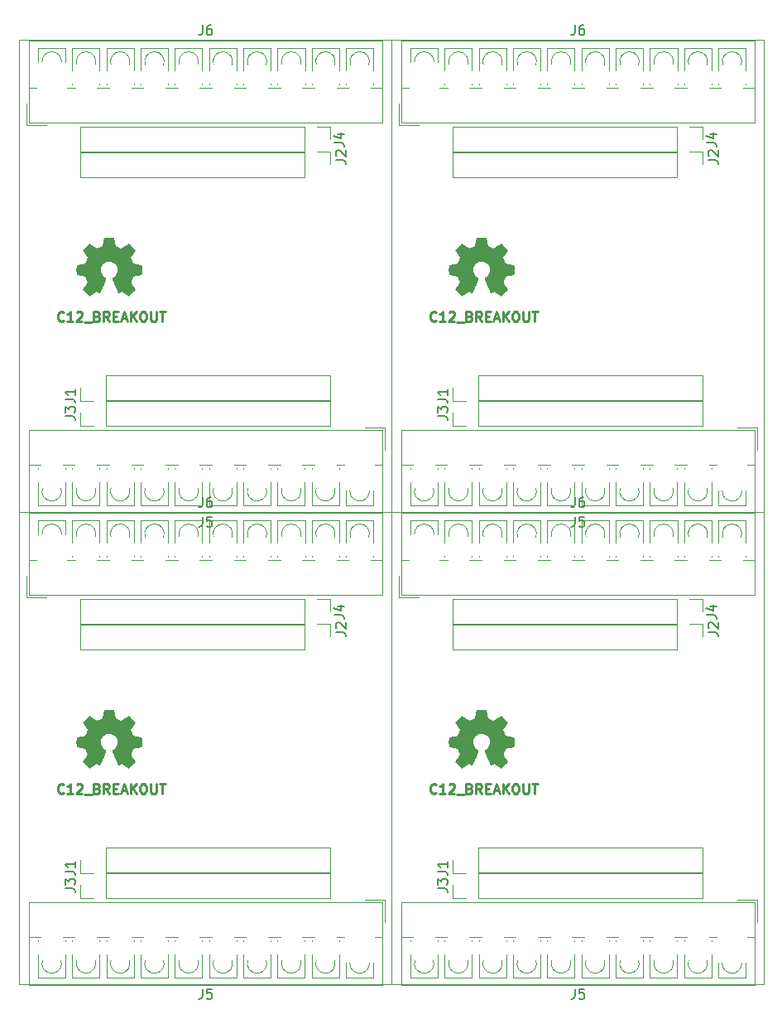
<source format=gbr>
G04 #@! TF.GenerationSoftware,KiCad,Pcbnew,6.0.11-2627ca5db0~126~ubuntu20.04.1*
G04 #@! TF.CreationDate,2023-03-16T15:00:45-05:00*
G04 #@! TF.ProjectId,,58585858-5858-4585-9858-585858585858,rev?*
G04 #@! TF.SameCoordinates,Original*
G04 #@! TF.FileFunction,Legend,Top*
G04 #@! TF.FilePolarity,Positive*
%FSLAX46Y46*%
G04 Gerber Fmt 4.6, Leading zero omitted, Abs format (unit mm)*
G04 Created by KiCad (PCBNEW 6.0.11-2627ca5db0~126~ubuntu20.04.1) date 2023-03-16 15:00:45*
%MOMM*%
%LPD*%
G01*
G04 APERTURE LIST*
%ADD10C,0.250000*%
G04 #@! TA.AperFunction,Profile*
%ADD11C,0.050000*%
G04 #@! TD*
%ADD12C,0.150000*%
%ADD13C,0.010000*%
%ADD14C,0.120000*%
G04 APERTURE END LIST*
D10*
X106687866Y-117034542D02*
X106640247Y-117082161D01*
X106497390Y-117129780D01*
X106402152Y-117129780D01*
X106259295Y-117082161D01*
X106164057Y-116986923D01*
X106116438Y-116891685D01*
X106068819Y-116701209D01*
X106068819Y-116558352D01*
X106116438Y-116367876D01*
X106164057Y-116272638D01*
X106259295Y-116177400D01*
X106402152Y-116129780D01*
X106497390Y-116129780D01*
X106640247Y-116177400D01*
X106687866Y-116225019D01*
X107640247Y-117129780D02*
X107068819Y-117129780D01*
X107354533Y-117129780D02*
X107354533Y-116129780D01*
X107259295Y-116272638D01*
X107164057Y-116367876D01*
X107068819Y-116415495D01*
X108021200Y-116225019D02*
X108068819Y-116177400D01*
X108164057Y-116129780D01*
X108402152Y-116129780D01*
X108497390Y-116177400D01*
X108545009Y-116225019D01*
X108592628Y-116320257D01*
X108592628Y-116415495D01*
X108545009Y-116558352D01*
X107973580Y-117129780D01*
X108592628Y-117129780D01*
X108783104Y-117225019D02*
X109545009Y-117225019D01*
X110116438Y-116605971D02*
X110259295Y-116653590D01*
X110306914Y-116701209D01*
X110354533Y-116796447D01*
X110354533Y-116939304D01*
X110306914Y-117034542D01*
X110259295Y-117082161D01*
X110164057Y-117129780D01*
X109783104Y-117129780D01*
X109783104Y-116129780D01*
X110116438Y-116129780D01*
X110211676Y-116177400D01*
X110259295Y-116225019D01*
X110306914Y-116320257D01*
X110306914Y-116415495D01*
X110259295Y-116510733D01*
X110211676Y-116558352D01*
X110116438Y-116605971D01*
X109783104Y-116605971D01*
X111354533Y-117129780D02*
X111021200Y-116653590D01*
X110783104Y-117129780D02*
X110783104Y-116129780D01*
X111164057Y-116129780D01*
X111259295Y-116177400D01*
X111306914Y-116225019D01*
X111354533Y-116320257D01*
X111354533Y-116463114D01*
X111306914Y-116558352D01*
X111259295Y-116605971D01*
X111164057Y-116653590D01*
X110783104Y-116653590D01*
X111783104Y-116605971D02*
X112116438Y-116605971D01*
X112259295Y-117129780D02*
X111783104Y-117129780D01*
X111783104Y-116129780D01*
X112259295Y-116129780D01*
X112640247Y-116844066D02*
X113116438Y-116844066D01*
X112545009Y-117129780D02*
X112878342Y-116129780D01*
X113211676Y-117129780D01*
X113545009Y-117129780D02*
X113545009Y-116129780D01*
X114116438Y-117129780D02*
X113687866Y-116558352D01*
X114116438Y-116129780D02*
X113545009Y-116701209D01*
X114735485Y-116129780D02*
X114925961Y-116129780D01*
X115021200Y-116177400D01*
X115116438Y-116272638D01*
X115164057Y-116463114D01*
X115164057Y-116796447D01*
X115116438Y-116986923D01*
X115021200Y-117082161D01*
X114925961Y-117129780D01*
X114735485Y-117129780D01*
X114640247Y-117082161D01*
X114545009Y-116986923D01*
X114497390Y-116796447D01*
X114497390Y-116463114D01*
X114545009Y-116272638D01*
X114640247Y-116177400D01*
X114735485Y-116129780D01*
X115592628Y-116129780D02*
X115592628Y-116939304D01*
X115640247Y-117034542D01*
X115687866Y-117082161D01*
X115783104Y-117129780D01*
X115973580Y-117129780D01*
X116068819Y-117082161D01*
X116116438Y-117034542D01*
X116164057Y-116939304D01*
X116164057Y-116129780D01*
X116497390Y-116129780D02*
X117068819Y-116129780D01*
X116783104Y-117129780D02*
X116783104Y-116129780D01*
D11*
X102108000Y-136652000D02*
X140208000Y-136652000D01*
X140208000Y-88392000D02*
X140208000Y-136652000D01*
X102108000Y-88392000D02*
X140208000Y-88392000D01*
X102108000Y-88392000D02*
X102108000Y-136652000D01*
D10*
X68587866Y-117034542D02*
X68540247Y-117082161D01*
X68397390Y-117129780D01*
X68302152Y-117129780D01*
X68159295Y-117082161D01*
X68064057Y-116986923D01*
X68016438Y-116891685D01*
X67968819Y-116701209D01*
X67968819Y-116558352D01*
X68016438Y-116367876D01*
X68064057Y-116272638D01*
X68159295Y-116177400D01*
X68302152Y-116129780D01*
X68397390Y-116129780D01*
X68540247Y-116177400D01*
X68587866Y-116225019D01*
X69540247Y-117129780D02*
X68968819Y-117129780D01*
X69254533Y-117129780D02*
X69254533Y-116129780D01*
X69159295Y-116272638D01*
X69064057Y-116367876D01*
X68968819Y-116415495D01*
X69921200Y-116225019D02*
X69968819Y-116177400D01*
X70064057Y-116129780D01*
X70302152Y-116129780D01*
X70397390Y-116177400D01*
X70445009Y-116225019D01*
X70492628Y-116320257D01*
X70492628Y-116415495D01*
X70445009Y-116558352D01*
X69873580Y-117129780D01*
X70492628Y-117129780D01*
X70683104Y-117225019D02*
X71445009Y-117225019D01*
X72016438Y-116605971D02*
X72159295Y-116653590D01*
X72206914Y-116701209D01*
X72254533Y-116796447D01*
X72254533Y-116939304D01*
X72206914Y-117034542D01*
X72159295Y-117082161D01*
X72064057Y-117129780D01*
X71683104Y-117129780D01*
X71683104Y-116129780D01*
X72016438Y-116129780D01*
X72111676Y-116177400D01*
X72159295Y-116225019D01*
X72206914Y-116320257D01*
X72206914Y-116415495D01*
X72159295Y-116510733D01*
X72111676Y-116558352D01*
X72016438Y-116605971D01*
X71683104Y-116605971D01*
X73254533Y-117129780D02*
X72921200Y-116653590D01*
X72683104Y-117129780D02*
X72683104Y-116129780D01*
X73064057Y-116129780D01*
X73159295Y-116177400D01*
X73206914Y-116225019D01*
X73254533Y-116320257D01*
X73254533Y-116463114D01*
X73206914Y-116558352D01*
X73159295Y-116605971D01*
X73064057Y-116653590D01*
X72683104Y-116653590D01*
X73683104Y-116605971D02*
X74016438Y-116605971D01*
X74159295Y-117129780D02*
X73683104Y-117129780D01*
X73683104Y-116129780D01*
X74159295Y-116129780D01*
X74540247Y-116844066D02*
X75016438Y-116844066D01*
X74445009Y-117129780D02*
X74778342Y-116129780D01*
X75111676Y-117129780D01*
X75445009Y-117129780D02*
X75445009Y-116129780D01*
X76016438Y-117129780D02*
X75587866Y-116558352D01*
X76016438Y-116129780D02*
X75445009Y-116701209D01*
X76635485Y-116129780D02*
X76825961Y-116129780D01*
X76921200Y-116177400D01*
X77016438Y-116272638D01*
X77064057Y-116463114D01*
X77064057Y-116796447D01*
X77016438Y-116986923D01*
X76921200Y-117082161D01*
X76825961Y-117129780D01*
X76635485Y-117129780D01*
X76540247Y-117082161D01*
X76445009Y-116986923D01*
X76397390Y-116796447D01*
X76397390Y-116463114D01*
X76445009Y-116272638D01*
X76540247Y-116177400D01*
X76635485Y-116129780D01*
X77492628Y-116129780D02*
X77492628Y-116939304D01*
X77540247Y-117034542D01*
X77587866Y-117082161D01*
X77683104Y-117129780D01*
X77873580Y-117129780D01*
X77968819Y-117082161D01*
X78016438Y-117034542D01*
X78064057Y-116939304D01*
X78064057Y-116129780D01*
X78397390Y-116129780D02*
X78968819Y-116129780D01*
X78683104Y-117129780D02*
X78683104Y-116129780D01*
D11*
X64008000Y-136652000D02*
X102108000Y-136652000D01*
X102108000Y-88392000D02*
X102108000Y-136652000D01*
X64008000Y-88392000D02*
X102108000Y-88392000D01*
X64008000Y-88392000D02*
X64008000Y-136652000D01*
D10*
X106687866Y-68774542D02*
X106640247Y-68822161D01*
X106497390Y-68869780D01*
X106402152Y-68869780D01*
X106259295Y-68822161D01*
X106164057Y-68726923D01*
X106116438Y-68631685D01*
X106068819Y-68441209D01*
X106068819Y-68298352D01*
X106116438Y-68107876D01*
X106164057Y-68012638D01*
X106259295Y-67917400D01*
X106402152Y-67869780D01*
X106497390Y-67869780D01*
X106640247Y-67917400D01*
X106687866Y-67965019D01*
X107640247Y-68869780D02*
X107068819Y-68869780D01*
X107354533Y-68869780D02*
X107354533Y-67869780D01*
X107259295Y-68012638D01*
X107164057Y-68107876D01*
X107068819Y-68155495D01*
X108021200Y-67965019D02*
X108068819Y-67917400D01*
X108164057Y-67869780D01*
X108402152Y-67869780D01*
X108497390Y-67917400D01*
X108545009Y-67965019D01*
X108592628Y-68060257D01*
X108592628Y-68155495D01*
X108545009Y-68298352D01*
X107973580Y-68869780D01*
X108592628Y-68869780D01*
X108783104Y-68965019D02*
X109545009Y-68965019D01*
X110116438Y-68345971D02*
X110259295Y-68393590D01*
X110306914Y-68441209D01*
X110354533Y-68536447D01*
X110354533Y-68679304D01*
X110306914Y-68774542D01*
X110259295Y-68822161D01*
X110164057Y-68869780D01*
X109783104Y-68869780D01*
X109783104Y-67869780D01*
X110116438Y-67869780D01*
X110211676Y-67917400D01*
X110259295Y-67965019D01*
X110306914Y-68060257D01*
X110306914Y-68155495D01*
X110259295Y-68250733D01*
X110211676Y-68298352D01*
X110116438Y-68345971D01*
X109783104Y-68345971D01*
X111354533Y-68869780D02*
X111021200Y-68393590D01*
X110783104Y-68869780D02*
X110783104Y-67869780D01*
X111164057Y-67869780D01*
X111259295Y-67917400D01*
X111306914Y-67965019D01*
X111354533Y-68060257D01*
X111354533Y-68203114D01*
X111306914Y-68298352D01*
X111259295Y-68345971D01*
X111164057Y-68393590D01*
X110783104Y-68393590D01*
X111783104Y-68345971D02*
X112116438Y-68345971D01*
X112259295Y-68869780D02*
X111783104Y-68869780D01*
X111783104Y-67869780D01*
X112259295Y-67869780D01*
X112640247Y-68584066D02*
X113116438Y-68584066D01*
X112545009Y-68869780D02*
X112878342Y-67869780D01*
X113211676Y-68869780D01*
X113545009Y-68869780D02*
X113545009Y-67869780D01*
X114116438Y-68869780D02*
X113687866Y-68298352D01*
X114116438Y-67869780D02*
X113545009Y-68441209D01*
X114735485Y-67869780D02*
X114925961Y-67869780D01*
X115021200Y-67917400D01*
X115116438Y-68012638D01*
X115164057Y-68203114D01*
X115164057Y-68536447D01*
X115116438Y-68726923D01*
X115021200Y-68822161D01*
X114925961Y-68869780D01*
X114735485Y-68869780D01*
X114640247Y-68822161D01*
X114545009Y-68726923D01*
X114497390Y-68536447D01*
X114497390Y-68203114D01*
X114545009Y-68012638D01*
X114640247Y-67917400D01*
X114735485Y-67869780D01*
X115592628Y-67869780D02*
X115592628Y-68679304D01*
X115640247Y-68774542D01*
X115687866Y-68822161D01*
X115783104Y-68869780D01*
X115973580Y-68869780D01*
X116068819Y-68822161D01*
X116116438Y-68774542D01*
X116164057Y-68679304D01*
X116164057Y-67869780D01*
X116497390Y-67869780D02*
X117068819Y-67869780D01*
X116783104Y-68869780D02*
X116783104Y-67869780D01*
D11*
X102108000Y-88392000D02*
X140208000Y-88392000D01*
X140208000Y-40132000D02*
X140208000Y-88392000D01*
X102108000Y-40132000D02*
X140208000Y-40132000D01*
X102108000Y-40132000D02*
X102108000Y-88392000D01*
X64008000Y-40132000D02*
X64008000Y-88392000D01*
X64008000Y-40132000D02*
X102108000Y-40132000D01*
X102108000Y-40132000D02*
X102108000Y-88392000D01*
X64008000Y-88392000D02*
X102108000Y-88392000D01*
D10*
X68587866Y-68774542D02*
X68540247Y-68822161D01*
X68397390Y-68869780D01*
X68302152Y-68869780D01*
X68159295Y-68822161D01*
X68064057Y-68726923D01*
X68016438Y-68631685D01*
X67968819Y-68441209D01*
X67968819Y-68298352D01*
X68016438Y-68107876D01*
X68064057Y-68012638D01*
X68159295Y-67917400D01*
X68302152Y-67869780D01*
X68397390Y-67869780D01*
X68540247Y-67917400D01*
X68587866Y-67965019D01*
X69540247Y-68869780D02*
X68968819Y-68869780D01*
X69254533Y-68869780D02*
X69254533Y-67869780D01*
X69159295Y-68012638D01*
X69064057Y-68107876D01*
X68968819Y-68155495D01*
X69921200Y-67965019D02*
X69968819Y-67917400D01*
X70064057Y-67869780D01*
X70302152Y-67869780D01*
X70397390Y-67917400D01*
X70445009Y-67965019D01*
X70492628Y-68060257D01*
X70492628Y-68155495D01*
X70445009Y-68298352D01*
X69873580Y-68869780D01*
X70492628Y-68869780D01*
X70683104Y-68965019D02*
X71445009Y-68965019D01*
X72016438Y-68345971D02*
X72159295Y-68393590D01*
X72206914Y-68441209D01*
X72254533Y-68536447D01*
X72254533Y-68679304D01*
X72206914Y-68774542D01*
X72159295Y-68822161D01*
X72064057Y-68869780D01*
X71683104Y-68869780D01*
X71683104Y-67869780D01*
X72016438Y-67869780D01*
X72111676Y-67917400D01*
X72159295Y-67965019D01*
X72206914Y-68060257D01*
X72206914Y-68155495D01*
X72159295Y-68250733D01*
X72111676Y-68298352D01*
X72016438Y-68345971D01*
X71683104Y-68345971D01*
X73254533Y-68869780D02*
X72921200Y-68393590D01*
X72683104Y-68869780D02*
X72683104Y-67869780D01*
X73064057Y-67869780D01*
X73159295Y-67917400D01*
X73206914Y-67965019D01*
X73254533Y-68060257D01*
X73254533Y-68203114D01*
X73206914Y-68298352D01*
X73159295Y-68345971D01*
X73064057Y-68393590D01*
X72683104Y-68393590D01*
X73683104Y-68345971D02*
X74016438Y-68345971D01*
X74159295Y-68869780D02*
X73683104Y-68869780D01*
X73683104Y-67869780D01*
X74159295Y-67869780D01*
X74540247Y-68584066D02*
X75016438Y-68584066D01*
X74445009Y-68869780D02*
X74778342Y-67869780D01*
X75111676Y-68869780D01*
X75445009Y-68869780D02*
X75445009Y-67869780D01*
X76016438Y-68869780D02*
X75587866Y-68298352D01*
X76016438Y-67869780D02*
X75445009Y-68441209D01*
X76635485Y-67869780D02*
X76825961Y-67869780D01*
X76921200Y-67917400D01*
X77016438Y-68012638D01*
X77064057Y-68203114D01*
X77064057Y-68536447D01*
X77016438Y-68726923D01*
X76921200Y-68822161D01*
X76825961Y-68869780D01*
X76635485Y-68869780D01*
X76540247Y-68822161D01*
X76445009Y-68726923D01*
X76397390Y-68536447D01*
X76397390Y-68203114D01*
X76445009Y-68012638D01*
X76540247Y-67917400D01*
X76635485Y-67869780D01*
X77492628Y-67869780D02*
X77492628Y-68679304D01*
X77540247Y-68774542D01*
X77587866Y-68822161D01*
X77683104Y-68869780D01*
X77873580Y-68869780D01*
X77968819Y-68822161D01*
X78016438Y-68774542D01*
X78064057Y-68679304D01*
X78064057Y-67869780D01*
X78397390Y-67869780D02*
X78968819Y-67869780D01*
X78683104Y-68869780D02*
X78683104Y-67869780D01*
D12*
X134370380Y-98885333D02*
X135084666Y-98885333D01*
X135227523Y-98932952D01*
X135322761Y-99028190D01*
X135370380Y-99171047D01*
X135370380Y-99266285D01*
X134703714Y-97980571D02*
X135370380Y-97980571D01*
X134322761Y-98218666D02*
X135037047Y-98456761D01*
X135037047Y-97837714D01*
X120888666Y-137112380D02*
X120888666Y-137826666D01*
X120841047Y-137969523D01*
X120745809Y-138064761D01*
X120602952Y-138112380D01*
X120507714Y-138112380D01*
X121841047Y-137112380D02*
X121364857Y-137112380D01*
X121317238Y-137588571D01*
X121364857Y-137540952D01*
X121460095Y-137493333D01*
X121698190Y-137493333D01*
X121793428Y-137540952D01*
X121841047Y-137588571D01*
X121888666Y-137683809D01*
X121888666Y-137921904D01*
X121841047Y-138017142D01*
X121793428Y-138064761D01*
X121698190Y-138112380D01*
X121460095Y-138112380D01*
X121364857Y-138064761D01*
X121317238Y-138017142D01*
X134524460Y-100653133D02*
X135238746Y-100653133D01*
X135381603Y-100700752D01*
X135476841Y-100795990D01*
X135524460Y-100938847D01*
X135524460Y-101034085D01*
X134619699Y-100224561D02*
X134572080Y-100176942D01*
X134524460Y-100081704D01*
X134524460Y-99843609D01*
X134572080Y-99748371D01*
X134619699Y-99700752D01*
X134714937Y-99653133D01*
X134810175Y-99653133D01*
X134953032Y-99700752D01*
X135524460Y-100272180D01*
X135524460Y-99653133D01*
X106850380Y-126825333D02*
X107564666Y-126825333D01*
X107707523Y-126872952D01*
X107802761Y-126968190D01*
X107850380Y-127111047D01*
X107850380Y-127206285D01*
X106850380Y-126444380D02*
X106850380Y-125825333D01*
X107231333Y-126158666D01*
X107231333Y-126015809D01*
X107278952Y-125920571D01*
X107326571Y-125872952D01*
X107421809Y-125825333D01*
X107659904Y-125825333D01*
X107755142Y-125872952D01*
X107802761Y-125920571D01*
X107850380Y-126015809D01*
X107850380Y-126301523D01*
X107802761Y-126396761D01*
X107755142Y-126444380D01*
X106848620Y-125093013D02*
X107562906Y-125093013D01*
X107705763Y-125140632D01*
X107801001Y-125235870D01*
X107848620Y-125378727D01*
X107848620Y-125473965D01*
X107848620Y-124093013D02*
X107848620Y-124664441D01*
X107848620Y-124378727D02*
X106848620Y-124378727D01*
X106991478Y-124473965D01*
X107086716Y-124569203D01*
X107134335Y-124664441D01*
X120892666Y-86868380D02*
X120892666Y-87582666D01*
X120845047Y-87725523D01*
X120749809Y-87820761D01*
X120606952Y-87868380D01*
X120511714Y-87868380D01*
X121797428Y-86868380D02*
X121606952Y-86868380D01*
X121511714Y-86916000D01*
X121464095Y-86963619D01*
X121368857Y-87106476D01*
X121321238Y-87296952D01*
X121321238Y-87677904D01*
X121368857Y-87773142D01*
X121416476Y-87820761D01*
X121511714Y-87868380D01*
X121702190Y-87868380D01*
X121797428Y-87820761D01*
X121845047Y-87773142D01*
X121892666Y-87677904D01*
X121892666Y-87439809D01*
X121845047Y-87344571D01*
X121797428Y-87296952D01*
X121702190Y-87249333D01*
X121511714Y-87249333D01*
X121416476Y-87296952D01*
X121368857Y-87344571D01*
X121321238Y-87439809D01*
X96270380Y-98885333D02*
X96984666Y-98885333D01*
X97127523Y-98932952D01*
X97222761Y-99028190D01*
X97270380Y-99171047D01*
X97270380Y-99266285D01*
X96603714Y-97980571D02*
X97270380Y-97980571D01*
X96222761Y-98218666D02*
X96937047Y-98456761D01*
X96937047Y-97837714D01*
X82788666Y-137112380D02*
X82788666Y-137826666D01*
X82741047Y-137969523D01*
X82645809Y-138064761D01*
X82502952Y-138112380D01*
X82407714Y-138112380D01*
X83741047Y-137112380D02*
X83264857Y-137112380D01*
X83217238Y-137588571D01*
X83264857Y-137540952D01*
X83360095Y-137493333D01*
X83598190Y-137493333D01*
X83693428Y-137540952D01*
X83741047Y-137588571D01*
X83788666Y-137683809D01*
X83788666Y-137921904D01*
X83741047Y-138017142D01*
X83693428Y-138064761D01*
X83598190Y-138112380D01*
X83360095Y-138112380D01*
X83264857Y-138064761D01*
X83217238Y-138017142D01*
X96424460Y-100653133D02*
X97138746Y-100653133D01*
X97281603Y-100700752D01*
X97376841Y-100795990D01*
X97424460Y-100938847D01*
X97424460Y-101034085D01*
X96519699Y-100224561D02*
X96472080Y-100176942D01*
X96424460Y-100081704D01*
X96424460Y-99843609D01*
X96472080Y-99748371D01*
X96519699Y-99700752D01*
X96614937Y-99653133D01*
X96710175Y-99653133D01*
X96853032Y-99700752D01*
X97424460Y-100272180D01*
X97424460Y-99653133D01*
X68750380Y-126825333D02*
X69464666Y-126825333D01*
X69607523Y-126872952D01*
X69702761Y-126968190D01*
X69750380Y-127111047D01*
X69750380Y-127206285D01*
X68750380Y-126444380D02*
X68750380Y-125825333D01*
X69131333Y-126158666D01*
X69131333Y-126015809D01*
X69178952Y-125920571D01*
X69226571Y-125872952D01*
X69321809Y-125825333D01*
X69559904Y-125825333D01*
X69655142Y-125872952D01*
X69702761Y-125920571D01*
X69750380Y-126015809D01*
X69750380Y-126301523D01*
X69702761Y-126396761D01*
X69655142Y-126444380D01*
X68748620Y-125093013D02*
X69462906Y-125093013D01*
X69605763Y-125140632D01*
X69701001Y-125235870D01*
X69748620Y-125378727D01*
X69748620Y-125473965D01*
X69748620Y-124093013D02*
X69748620Y-124664441D01*
X69748620Y-124378727D02*
X68748620Y-124378727D01*
X68891478Y-124473965D01*
X68986716Y-124569203D01*
X69034335Y-124664441D01*
X82792666Y-86868380D02*
X82792666Y-87582666D01*
X82745047Y-87725523D01*
X82649809Y-87820761D01*
X82506952Y-87868380D01*
X82411714Y-87868380D01*
X83697428Y-86868380D02*
X83506952Y-86868380D01*
X83411714Y-86916000D01*
X83364095Y-86963619D01*
X83268857Y-87106476D01*
X83221238Y-87296952D01*
X83221238Y-87677904D01*
X83268857Y-87773142D01*
X83316476Y-87820761D01*
X83411714Y-87868380D01*
X83602190Y-87868380D01*
X83697428Y-87820761D01*
X83745047Y-87773142D01*
X83792666Y-87677904D01*
X83792666Y-87439809D01*
X83745047Y-87344571D01*
X83697428Y-87296952D01*
X83602190Y-87249333D01*
X83411714Y-87249333D01*
X83316476Y-87296952D01*
X83268857Y-87344571D01*
X83221238Y-87439809D01*
X134370380Y-50625333D02*
X135084666Y-50625333D01*
X135227523Y-50672952D01*
X135322761Y-50768190D01*
X135370380Y-50911047D01*
X135370380Y-51006285D01*
X134703714Y-49720571D02*
X135370380Y-49720571D01*
X134322761Y-49958666D02*
X135037047Y-50196761D01*
X135037047Y-49577714D01*
X120888666Y-88852380D02*
X120888666Y-89566666D01*
X120841047Y-89709523D01*
X120745809Y-89804761D01*
X120602952Y-89852380D01*
X120507714Y-89852380D01*
X121841047Y-88852380D02*
X121364857Y-88852380D01*
X121317238Y-89328571D01*
X121364857Y-89280952D01*
X121460095Y-89233333D01*
X121698190Y-89233333D01*
X121793428Y-89280952D01*
X121841047Y-89328571D01*
X121888666Y-89423809D01*
X121888666Y-89661904D01*
X121841047Y-89757142D01*
X121793428Y-89804761D01*
X121698190Y-89852380D01*
X121460095Y-89852380D01*
X121364857Y-89804761D01*
X121317238Y-89757142D01*
X134524460Y-52393133D02*
X135238746Y-52393133D01*
X135381603Y-52440752D01*
X135476841Y-52535990D01*
X135524460Y-52678847D01*
X135524460Y-52774085D01*
X134619699Y-51964561D02*
X134572080Y-51916942D01*
X134524460Y-51821704D01*
X134524460Y-51583609D01*
X134572080Y-51488371D01*
X134619699Y-51440752D01*
X134714937Y-51393133D01*
X134810175Y-51393133D01*
X134953032Y-51440752D01*
X135524460Y-52012180D01*
X135524460Y-51393133D01*
X106850380Y-78565333D02*
X107564666Y-78565333D01*
X107707523Y-78612952D01*
X107802761Y-78708190D01*
X107850380Y-78851047D01*
X107850380Y-78946285D01*
X106850380Y-78184380D02*
X106850380Y-77565333D01*
X107231333Y-77898666D01*
X107231333Y-77755809D01*
X107278952Y-77660571D01*
X107326571Y-77612952D01*
X107421809Y-77565333D01*
X107659904Y-77565333D01*
X107755142Y-77612952D01*
X107802761Y-77660571D01*
X107850380Y-77755809D01*
X107850380Y-78041523D01*
X107802761Y-78136761D01*
X107755142Y-78184380D01*
X106848620Y-76833013D02*
X107562906Y-76833013D01*
X107705763Y-76880632D01*
X107801001Y-76975870D01*
X107848620Y-77118727D01*
X107848620Y-77213965D01*
X107848620Y-75833013D02*
X107848620Y-76404441D01*
X107848620Y-76118727D02*
X106848620Y-76118727D01*
X106991478Y-76213965D01*
X107086716Y-76309203D01*
X107134335Y-76404441D01*
X120892666Y-38608380D02*
X120892666Y-39322666D01*
X120845047Y-39465523D01*
X120749809Y-39560761D01*
X120606952Y-39608380D01*
X120511714Y-39608380D01*
X121797428Y-38608380D02*
X121606952Y-38608380D01*
X121511714Y-38656000D01*
X121464095Y-38703619D01*
X121368857Y-38846476D01*
X121321238Y-39036952D01*
X121321238Y-39417904D01*
X121368857Y-39513142D01*
X121416476Y-39560761D01*
X121511714Y-39608380D01*
X121702190Y-39608380D01*
X121797428Y-39560761D01*
X121845047Y-39513142D01*
X121892666Y-39417904D01*
X121892666Y-39179809D01*
X121845047Y-39084571D01*
X121797428Y-39036952D01*
X121702190Y-38989333D01*
X121511714Y-38989333D01*
X121416476Y-39036952D01*
X121368857Y-39084571D01*
X121321238Y-39179809D01*
X96424460Y-52393133D02*
X97138746Y-52393133D01*
X97281603Y-52440752D01*
X97376841Y-52535990D01*
X97424460Y-52678847D01*
X97424460Y-52774085D01*
X96519699Y-51964561D02*
X96472080Y-51916942D01*
X96424460Y-51821704D01*
X96424460Y-51583609D01*
X96472080Y-51488371D01*
X96519699Y-51440752D01*
X96614937Y-51393133D01*
X96710175Y-51393133D01*
X96853032Y-51440752D01*
X97424460Y-52012180D01*
X97424460Y-51393133D01*
X68748620Y-76833013D02*
X69462906Y-76833013D01*
X69605763Y-76880632D01*
X69701001Y-76975870D01*
X69748620Y-77118727D01*
X69748620Y-77213965D01*
X69748620Y-75833013D02*
X69748620Y-76404441D01*
X69748620Y-76118727D02*
X68748620Y-76118727D01*
X68891478Y-76213965D01*
X68986716Y-76309203D01*
X69034335Y-76404441D01*
X68750380Y-78565333D02*
X69464666Y-78565333D01*
X69607523Y-78612952D01*
X69702761Y-78708190D01*
X69750380Y-78851047D01*
X69750380Y-78946285D01*
X68750380Y-78184380D02*
X68750380Y-77565333D01*
X69131333Y-77898666D01*
X69131333Y-77755809D01*
X69178952Y-77660571D01*
X69226571Y-77612952D01*
X69321809Y-77565333D01*
X69559904Y-77565333D01*
X69655142Y-77612952D01*
X69702761Y-77660571D01*
X69750380Y-77755809D01*
X69750380Y-78041523D01*
X69702761Y-78136761D01*
X69655142Y-78184380D01*
X96270380Y-50625333D02*
X96984666Y-50625333D01*
X97127523Y-50672952D01*
X97222761Y-50768190D01*
X97270380Y-50911047D01*
X97270380Y-51006285D01*
X96603714Y-49720571D02*
X97270380Y-49720571D01*
X96222761Y-49958666D02*
X96937047Y-50196761D01*
X96937047Y-49577714D01*
X82788666Y-88852380D02*
X82788666Y-89566666D01*
X82741047Y-89709523D01*
X82645809Y-89804761D01*
X82502952Y-89852380D01*
X82407714Y-89852380D01*
X83741047Y-88852380D02*
X83264857Y-88852380D01*
X83217238Y-89328571D01*
X83264857Y-89280952D01*
X83360095Y-89233333D01*
X83598190Y-89233333D01*
X83693428Y-89280952D01*
X83741047Y-89328571D01*
X83788666Y-89423809D01*
X83788666Y-89661904D01*
X83741047Y-89757142D01*
X83693428Y-89804761D01*
X83598190Y-89852380D01*
X83360095Y-89852380D01*
X83264857Y-89804761D01*
X83217238Y-89757142D01*
X82792666Y-38608380D02*
X82792666Y-39322666D01*
X82745047Y-39465523D01*
X82649809Y-39560761D01*
X82506952Y-39608380D01*
X82411714Y-39608380D01*
X83697428Y-38608380D02*
X83506952Y-38608380D01*
X83411714Y-38656000D01*
X83364095Y-38703619D01*
X83268857Y-38846476D01*
X83221238Y-39036952D01*
X83221238Y-39417904D01*
X83268857Y-39513142D01*
X83316476Y-39560761D01*
X83411714Y-39608380D01*
X83602190Y-39608380D01*
X83697428Y-39560761D01*
X83745047Y-39513142D01*
X83792666Y-39417904D01*
X83792666Y-39179809D01*
X83745047Y-39084571D01*
X83697428Y-39036952D01*
X83602190Y-38989333D01*
X83411714Y-38989333D01*
X83316476Y-39036952D01*
X83268857Y-39084571D01*
X83221238Y-39179809D01*
G36*
X111863654Y-109010451D02*
G01*
X111947475Y-109455075D01*
X112256760Y-109582573D01*
X112566046Y-109710071D01*
X112937086Y-109457766D01*
X113040997Y-109387516D01*
X113134927Y-109324792D01*
X113214492Y-109272458D01*
X113275310Y-109233377D01*
X113312997Y-109210413D01*
X113323261Y-109205462D01*
X113341750Y-109218196D01*
X113381260Y-109253402D01*
X113437362Y-109306582D01*
X113505627Y-109373238D01*
X113581626Y-109448874D01*
X113660932Y-109528992D01*
X113739115Y-109609094D01*
X113811747Y-109684684D01*
X113874399Y-109751265D01*
X113922643Y-109804338D01*
X113952050Y-109839407D01*
X113959081Y-109851143D01*
X113948963Y-109872780D01*
X113920599Y-109920182D01*
X113876969Y-109988713D01*
X113821058Y-110073735D01*
X113755846Y-110170613D01*
X113718059Y-110225870D01*
X113649183Y-110326768D01*
X113587980Y-110417819D01*
X113537418Y-110494490D01*
X113500468Y-110552248D01*
X113480098Y-110586563D01*
X113477037Y-110593774D01*
X113483976Y-110614268D01*
X113502891Y-110662033D01*
X113530927Y-110730352D01*
X113565231Y-110812509D01*
X113602949Y-110901790D01*
X113641227Y-110991478D01*
X113677210Y-111074858D01*
X113708046Y-111145214D01*
X113730879Y-111195830D01*
X113742857Y-111219991D01*
X113743564Y-111220942D01*
X113762371Y-111225556D01*
X113812458Y-111235848D01*
X113888633Y-111250807D01*
X113985705Y-111269421D01*
X114098483Y-111290679D01*
X114164282Y-111302938D01*
X114284790Y-111325882D01*
X114393637Y-111347715D01*
X114485316Y-111367242D01*
X114554321Y-111383268D01*
X114595144Y-111394599D01*
X114603351Y-111398194D01*
X114611388Y-111422526D01*
X114617873Y-111477479D01*
X114622810Y-111556628D01*
X114626204Y-111653546D01*
X114628058Y-111761807D01*
X114628378Y-111874985D01*
X114627167Y-111986655D01*
X114624430Y-112090388D01*
X114620171Y-112179761D01*
X114614395Y-112248346D01*
X114607107Y-112289717D01*
X114602735Y-112298330D01*
X114576604Y-112308653D01*
X114521233Y-112323412D01*
X114443947Y-112340872D01*
X114352070Y-112359300D01*
X114319998Y-112365261D01*
X114165364Y-112393586D01*
X114043215Y-112416396D01*
X113949513Y-112434600D01*
X113880224Y-112449103D01*
X113831311Y-112460812D01*
X113798737Y-112470635D01*
X113778468Y-112479476D01*
X113766466Y-112488244D01*
X113764787Y-112489977D01*
X113748024Y-112517891D01*
X113722454Y-112572215D01*
X113690628Y-112646297D01*
X113655100Y-112733485D01*
X113618423Y-112827128D01*
X113583151Y-112920572D01*
X113551836Y-113007167D01*
X113527033Y-113080260D01*
X113511294Y-113133198D01*
X113507172Y-113159331D01*
X113507516Y-113160246D01*
X113521481Y-113181606D01*
X113553162Y-113228604D01*
X113599231Y-113296347D01*
X113656358Y-113379943D01*
X113721213Y-113474502D01*
X113739683Y-113501374D01*
X113805539Y-113598795D01*
X113863490Y-113687683D01*
X113910378Y-113762932D01*
X113943047Y-113819440D01*
X113958340Y-113852101D01*
X113959081Y-113856113D01*
X113946232Y-113877204D01*
X113910728Y-113918984D01*
X113857133Y-113976965D01*
X113790011Y-114046655D01*
X113713927Y-114123565D01*
X113633444Y-114203203D01*
X113553127Y-114281081D01*
X113477539Y-114352706D01*
X113411245Y-114413590D01*
X113358809Y-114459241D01*
X113324795Y-114485170D01*
X113315385Y-114489403D01*
X113293483Y-114479432D01*
X113248640Y-114452540D01*
X113188161Y-114413256D01*
X113141629Y-114381637D01*
X113057315Y-114323618D01*
X112957466Y-114255304D01*
X112857313Y-114187099D01*
X112803467Y-114150595D01*
X112621211Y-114027320D01*
X112468221Y-114110040D01*
X112398522Y-114146279D01*
X112339254Y-114174446D01*
X112299151Y-114190511D01*
X112288943Y-114192746D01*
X112276669Y-114176242D01*
X112252453Y-114129602D01*
X112218103Y-114057129D01*
X112175428Y-113963126D01*
X112126234Y-113851894D01*
X112072330Y-113727735D01*
X112015524Y-113594952D01*
X111957622Y-113457847D01*
X111900433Y-113320722D01*
X111845764Y-113187878D01*
X111795424Y-113063618D01*
X111751220Y-112952245D01*
X111714959Y-112858059D01*
X111688449Y-112785364D01*
X111673498Y-112738461D01*
X111671094Y-112722353D01*
X111690151Y-112701806D01*
X111731876Y-112668453D01*
X111787546Y-112629222D01*
X111792218Y-112626119D01*
X111936104Y-112510943D01*
X112052123Y-112376573D01*
X112139270Y-112227304D01*
X112196539Y-112067433D01*
X112222926Y-111901257D01*
X112217425Y-111733072D01*
X112179030Y-111567175D01*
X112106735Y-111407862D01*
X112085466Y-111373007D01*
X111974836Y-111232257D01*
X111844142Y-111119234D01*
X111697904Y-111034523D01*
X111540648Y-110978714D01*
X111376897Y-110952394D01*
X111211173Y-110956150D01*
X111048002Y-110990570D01*
X110891905Y-111056243D01*
X110747407Y-111153755D01*
X110702709Y-111193333D01*
X110588952Y-111317223D01*
X110506058Y-111447644D01*
X110449196Y-111593835D01*
X110417527Y-111738608D01*
X110409709Y-111901380D01*
X110435778Y-112064960D01*
X110493085Y-112223818D01*
X110578984Y-112372426D01*
X110690826Y-112505255D01*
X110825963Y-112616776D01*
X110843723Y-112628531D01*
X110899990Y-112667028D01*
X110942763Y-112700383D01*
X110963212Y-112721680D01*
X110963509Y-112722353D01*
X110959119Y-112745391D01*
X110941716Y-112797677D01*
X110913108Y-112874910D01*
X110875105Y-112972788D01*
X110829514Y-113087011D01*
X110778143Y-113213278D01*
X110722802Y-113347287D01*
X110665298Y-113484738D01*
X110607441Y-113621328D01*
X110551038Y-113752757D01*
X110497898Y-113874725D01*
X110449830Y-113982929D01*
X110408641Y-114073069D01*
X110376141Y-114140843D01*
X110354137Y-114181950D01*
X110345276Y-114192746D01*
X110318200Y-114184339D01*
X110267537Y-114161792D01*
X110202023Y-114129133D01*
X110165999Y-114110040D01*
X110013008Y-114027320D01*
X109830752Y-114150595D01*
X109737715Y-114213748D01*
X109635855Y-114283247D01*
X109540402Y-114348685D01*
X109492590Y-114381637D01*
X109425345Y-114426793D01*
X109368404Y-114462577D01*
X109329194Y-114484458D01*
X109316459Y-114489083D01*
X109297923Y-114476605D01*
X109256899Y-114441772D01*
X109197365Y-114388198D01*
X109123298Y-114319503D01*
X109038675Y-114239301D01*
X108985155Y-114187806D01*
X108891521Y-114095806D01*
X108810599Y-114013519D01*
X108745663Y-113944465D01*
X108699982Y-113892164D01*
X108676829Y-113860136D01*
X108674608Y-113853636D01*
X108684916Y-113828914D01*
X108713401Y-113778925D01*
X108756903Y-113708732D01*
X108812263Y-113623395D01*
X108876320Y-113527976D01*
X108894537Y-113501374D01*
X108960913Y-113404687D01*
X109020462Y-113317637D01*
X109069856Y-113245115D01*
X109105765Y-113192013D01*
X109124859Y-113163223D01*
X109126704Y-113160246D01*
X109123945Y-113137302D01*
X109109302Y-113086856D01*
X109085327Y-113015561D01*
X109054574Y-112930067D01*
X109019596Y-112837027D01*
X108982947Y-112743094D01*
X108947179Y-112654919D01*
X108914846Y-112579154D01*
X108888502Y-112522451D01*
X108870698Y-112491463D01*
X108869433Y-112489977D01*
X108858546Y-112481121D01*
X108840158Y-112472363D01*
X108810234Y-112462797D01*
X108764737Y-112451516D01*
X108699631Y-112437613D01*
X108610879Y-112420183D01*
X108494447Y-112398318D01*
X108346298Y-112371111D01*
X108314222Y-112365261D01*
X108219154Y-112346894D01*
X108136275Y-112328925D01*
X108072910Y-112313089D01*
X108036382Y-112301120D01*
X108031484Y-112298330D01*
X108023413Y-112273592D01*
X108016853Y-112218310D01*
X108011807Y-112138909D01*
X108008281Y-112041816D01*
X108006279Y-111933458D01*
X108005804Y-111820260D01*
X108006863Y-111708648D01*
X108009458Y-111605049D01*
X108013594Y-111515888D01*
X108019277Y-111447592D01*
X108026509Y-111406586D01*
X108030869Y-111398194D01*
X108055142Y-111389728D01*
X108110414Y-111375955D01*
X108191178Y-111358070D01*
X108291928Y-111337268D01*
X108407157Y-111314743D01*
X108469938Y-111302938D01*
X108589053Y-111280671D01*
X108695275Y-111260499D01*
X108783413Y-111243435D01*
X108848274Y-111230489D01*
X108884666Y-111222675D01*
X108890656Y-111220942D01*
X108900779Y-111201410D01*
X108922178Y-111154363D01*
X108952001Y-111086523D01*
X108987395Y-111004611D01*
X109025508Y-110915348D01*
X109063487Y-110825455D01*
X109098480Y-110741655D01*
X109127634Y-110670667D01*
X109148097Y-110619214D01*
X109157017Y-110594017D01*
X109157183Y-110592916D01*
X109147071Y-110573039D01*
X109118723Y-110527297D01*
X109075117Y-110460237D01*
X109019234Y-110376404D01*
X108954053Y-110280346D01*
X108916161Y-110225170D01*
X108847115Y-110124001D01*
X108785790Y-110032150D01*
X108735177Y-109954264D01*
X108698269Y-109894989D01*
X108678058Y-109858971D01*
X108675139Y-109850897D01*
X108687687Y-109832104D01*
X108722377Y-109791977D01*
X108774777Y-109735013D01*
X108840456Y-109665705D01*
X108914984Y-109588551D01*
X108993927Y-109508045D01*
X109072857Y-109428683D01*
X109147340Y-109354960D01*
X109212946Y-109291372D01*
X109265244Y-109242414D01*
X109299801Y-109212581D01*
X109311362Y-109205462D01*
X109330186Y-109215473D01*
X109375209Y-109243598D01*
X109442053Y-109286974D01*
X109526341Y-109342738D01*
X109623696Y-109408026D01*
X109697133Y-109457766D01*
X110068173Y-109710071D01*
X110686745Y-109455075D01*
X110770565Y-109010451D01*
X110854386Y-108565827D01*
X111779834Y-108565827D01*
X111863654Y-109010451D01*
G37*
D13*
X111863654Y-109010451D02*
X111947475Y-109455075D01*
X112256760Y-109582573D01*
X112566046Y-109710071D01*
X112937086Y-109457766D01*
X113040997Y-109387516D01*
X113134927Y-109324792D01*
X113214492Y-109272458D01*
X113275310Y-109233377D01*
X113312997Y-109210413D01*
X113323261Y-109205462D01*
X113341750Y-109218196D01*
X113381260Y-109253402D01*
X113437362Y-109306582D01*
X113505627Y-109373238D01*
X113581626Y-109448874D01*
X113660932Y-109528992D01*
X113739115Y-109609094D01*
X113811747Y-109684684D01*
X113874399Y-109751265D01*
X113922643Y-109804338D01*
X113952050Y-109839407D01*
X113959081Y-109851143D01*
X113948963Y-109872780D01*
X113920599Y-109920182D01*
X113876969Y-109988713D01*
X113821058Y-110073735D01*
X113755846Y-110170613D01*
X113718059Y-110225870D01*
X113649183Y-110326768D01*
X113587980Y-110417819D01*
X113537418Y-110494490D01*
X113500468Y-110552248D01*
X113480098Y-110586563D01*
X113477037Y-110593774D01*
X113483976Y-110614268D01*
X113502891Y-110662033D01*
X113530927Y-110730352D01*
X113565231Y-110812509D01*
X113602949Y-110901790D01*
X113641227Y-110991478D01*
X113677210Y-111074858D01*
X113708046Y-111145214D01*
X113730879Y-111195830D01*
X113742857Y-111219991D01*
X113743564Y-111220942D01*
X113762371Y-111225556D01*
X113812458Y-111235848D01*
X113888633Y-111250807D01*
X113985705Y-111269421D01*
X114098483Y-111290679D01*
X114164282Y-111302938D01*
X114284790Y-111325882D01*
X114393637Y-111347715D01*
X114485316Y-111367242D01*
X114554321Y-111383268D01*
X114595144Y-111394599D01*
X114603351Y-111398194D01*
X114611388Y-111422526D01*
X114617873Y-111477479D01*
X114622810Y-111556628D01*
X114626204Y-111653546D01*
X114628058Y-111761807D01*
X114628378Y-111874985D01*
X114627167Y-111986655D01*
X114624430Y-112090388D01*
X114620171Y-112179761D01*
X114614395Y-112248346D01*
X114607107Y-112289717D01*
X114602735Y-112298330D01*
X114576604Y-112308653D01*
X114521233Y-112323412D01*
X114443947Y-112340872D01*
X114352070Y-112359300D01*
X114319998Y-112365261D01*
X114165364Y-112393586D01*
X114043215Y-112416396D01*
X113949513Y-112434600D01*
X113880224Y-112449103D01*
X113831311Y-112460812D01*
X113798737Y-112470635D01*
X113778468Y-112479476D01*
X113766466Y-112488244D01*
X113764787Y-112489977D01*
X113748024Y-112517891D01*
X113722454Y-112572215D01*
X113690628Y-112646297D01*
X113655100Y-112733485D01*
X113618423Y-112827128D01*
X113583151Y-112920572D01*
X113551836Y-113007167D01*
X113527033Y-113080260D01*
X113511294Y-113133198D01*
X113507172Y-113159331D01*
X113507516Y-113160246D01*
X113521481Y-113181606D01*
X113553162Y-113228604D01*
X113599231Y-113296347D01*
X113656358Y-113379943D01*
X113721213Y-113474502D01*
X113739683Y-113501374D01*
X113805539Y-113598795D01*
X113863490Y-113687683D01*
X113910378Y-113762932D01*
X113943047Y-113819440D01*
X113958340Y-113852101D01*
X113959081Y-113856113D01*
X113946232Y-113877204D01*
X113910728Y-113918984D01*
X113857133Y-113976965D01*
X113790011Y-114046655D01*
X113713927Y-114123565D01*
X113633444Y-114203203D01*
X113553127Y-114281081D01*
X113477539Y-114352706D01*
X113411245Y-114413590D01*
X113358809Y-114459241D01*
X113324795Y-114485170D01*
X113315385Y-114489403D01*
X113293483Y-114479432D01*
X113248640Y-114452540D01*
X113188161Y-114413256D01*
X113141629Y-114381637D01*
X113057315Y-114323618D01*
X112957466Y-114255304D01*
X112857313Y-114187099D01*
X112803467Y-114150595D01*
X112621211Y-114027320D01*
X112468221Y-114110040D01*
X112398522Y-114146279D01*
X112339254Y-114174446D01*
X112299151Y-114190511D01*
X112288943Y-114192746D01*
X112276669Y-114176242D01*
X112252453Y-114129602D01*
X112218103Y-114057129D01*
X112175428Y-113963126D01*
X112126234Y-113851894D01*
X112072330Y-113727735D01*
X112015524Y-113594952D01*
X111957622Y-113457847D01*
X111900433Y-113320722D01*
X111845764Y-113187878D01*
X111795424Y-113063618D01*
X111751220Y-112952245D01*
X111714959Y-112858059D01*
X111688449Y-112785364D01*
X111673498Y-112738461D01*
X111671094Y-112722353D01*
X111690151Y-112701806D01*
X111731876Y-112668453D01*
X111787546Y-112629222D01*
X111792218Y-112626119D01*
X111936104Y-112510943D01*
X112052123Y-112376573D01*
X112139270Y-112227304D01*
X112196539Y-112067433D01*
X112222926Y-111901257D01*
X112217425Y-111733072D01*
X112179030Y-111567175D01*
X112106735Y-111407862D01*
X112085466Y-111373007D01*
X111974836Y-111232257D01*
X111844142Y-111119234D01*
X111697904Y-111034523D01*
X111540648Y-110978714D01*
X111376897Y-110952394D01*
X111211173Y-110956150D01*
X111048002Y-110990570D01*
X110891905Y-111056243D01*
X110747407Y-111153755D01*
X110702709Y-111193333D01*
X110588952Y-111317223D01*
X110506058Y-111447644D01*
X110449196Y-111593835D01*
X110417527Y-111738608D01*
X110409709Y-111901380D01*
X110435778Y-112064960D01*
X110493085Y-112223818D01*
X110578984Y-112372426D01*
X110690826Y-112505255D01*
X110825963Y-112616776D01*
X110843723Y-112628531D01*
X110899990Y-112667028D01*
X110942763Y-112700383D01*
X110963212Y-112721680D01*
X110963509Y-112722353D01*
X110959119Y-112745391D01*
X110941716Y-112797677D01*
X110913108Y-112874910D01*
X110875105Y-112972788D01*
X110829514Y-113087011D01*
X110778143Y-113213278D01*
X110722802Y-113347287D01*
X110665298Y-113484738D01*
X110607441Y-113621328D01*
X110551038Y-113752757D01*
X110497898Y-113874725D01*
X110449830Y-113982929D01*
X110408641Y-114073069D01*
X110376141Y-114140843D01*
X110354137Y-114181950D01*
X110345276Y-114192746D01*
X110318200Y-114184339D01*
X110267537Y-114161792D01*
X110202023Y-114129133D01*
X110165999Y-114110040D01*
X110013008Y-114027320D01*
X109830752Y-114150595D01*
X109737715Y-114213748D01*
X109635855Y-114283247D01*
X109540402Y-114348685D01*
X109492590Y-114381637D01*
X109425345Y-114426793D01*
X109368404Y-114462577D01*
X109329194Y-114484458D01*
X109316459Y-114489083D01*
X109297923Y-114476605D01*
X109256899Y-114441772D01*
X109197365Y-114388198D01*
X109123298Y-114319503D01*
X109038675Y-114239301D01*
X108985155Y-114187806D01*
X108891521Y-114095806D01*
X108810599Y-114013519D01*
X108745663Y-113944465D01*
X108699982Y-113892164D01*
X108676829Y-113860136D01*
X108674608Y-113853636D01*
X108684916Y-113828914D01*
X108713401Y-113778925D01*
X108756903Y-113708732D01*
X108812263Y-113623395D01*
X108876320Y-113527976D01*
X108894537Y-113501374D01*
X108960913Y-113404687D01*
X109020462Y-113317637D01*
X109069856Y-113245115D01*
X109105765Y-113192013D01*
X109124859Y-113163223D01*
X109126704Y-113160246D01*
X109123945Y-113137302D01*
X109109302Y-113086856D01*
X109085327Y-113015561D01*
X109054574Y-112930067D01*
X109019596Y-112837027D01*
X108982947Y-112743094D01*
X108947179Y-112654919D01*
X108914846Y-112579154D01*
X108888502Y-112522451D01*
X108870698Y-112491463D01*
X108869433Y-112489977D01*
X108858546Y-112481121D01*
X108840158Y-112472363D01*
X108810234Y-112462797D01*
X108764737Y-112451516D01*
X108699631Y-112437613D01*
X108610879Y-112420183D01*
X108494447Y-112398318D01*
X108346298Y-112371111D01*
X108314222Y-112365261D01*
X108219154Y-112346894D01*
X108136275Y-112328925D01*
X108072910Y-112313089D01*
X108036382Y-112301120D01*
X108031484Y-112298330D01*
X108023413Y-112273592D01*
X108016853Y-112218310D01*
X108011807Y-112138909D01*
X108008281Y-112041816D01*
X108006279Y-111933458D01*
X108005804Y-111820260D01*
X108006863Y-111708648D01*
X108009458Y-111605049D01*
X108013594Y-111515888D01*
X108019277Y-111447592D01*
X108026509Y-111406586D01*
X108030869Y-111398194D01*
X108055142Y-111389728D01*
X108110414Y-111375955D01*
X108191178Y-111358070D01*
X108291928Y-111337268D01*
X108407157Y-111314743D01*
X108469938Y-111302938D01*
X108589053Y-111280671D01*
X108695275Y-111260499D01*
X108783413Y-111243435D01*
X108848274Y-111230489D01*
X108884666Y-111222675D01*
X108890656Y-111220942D01*
X108900779Y-111201410D01*
X108922178Y-111154363D01*
X108952001Y-111086523D01*
X108987395Y-111004611D01*
X109025508Y-110915348D01*
X109063487Y-110825455D01*
X109098480Y-110741655D01*
X109127634Y-110670667D01*
X109148097Y-110619214D01*
X109157017Y-110594017D01*
X109157183Y-110592916D01*
X109147071Y-110573039D01*
X109118723Y-110527297D01*
X109075117Y-110460237D01*
X109019234Y-110376404D01*
X108954053Y-110280346D01*
X108916161Y-110225170D01*
X108847115Y-110124001D01*
X108785790Y-110032150D01*
X108735177Y-109954264D01*
X108698269Y-109894989D01*
X108678058Y-109858971D01*
X108675139Y-109850897D01*
X108687687Y-109832104D01*
X108722377Y-109791977D01*
X108774777Y-109735013D01*
X108840456Y-109665705D01*
X108914984Y-109588551D01*
X108993927Y-109508045D01*
X109072857Y-109428683D01*
X109147340Y-109354960D01*
X109212946Y-109291372D01*
X109265244Y-109242414D01*
X109299801Y-109212581D01*
X109311362Y-109205462D01*
X109330186Y-109215473D01*
X109375209Y-109243598D01*
X109442053Y-109286974D01*
X109526341Y-109342738D01*
X109623696Y-109408026D01*
X109697133Y-109457766D01*
X110068173Y-109710071D01*
X110686745Y-109455075D01*
X110770565Y-109010451D01*
X110854386Y-108565827D01*
X111779834Y-108565827D01*
X111863654Y-109010451D01*
D14*
X108398000Y-97222000D02*
X108398000Y-99882000D01*
X132588000Y-97222000D02*
X133918000Y-97222000D01*
X131318000Y-99882000D02*
X108398000Y-99882000D01*
X133918000Y-97222000D02*
X133918000Y-98552000D01*
X131318000Y-97222000D02*
X131318000Y-99882000D01*
X131318000Y-97222000D02*
X108398000Y-97222000D01*
X115032000Y-134158000D02*
G75*
G03*
X116911915Y-134157767I940000J-342000D01*
G01*
X135974000Y-134431000D02*
G75*
G03*
X137969890Y-134429434I998000J-69000D01*
G01*
X118532000Y-134158000D02*
G75*
G03*
X120411915Y-134157767I940000J-342000D01*
G01*
X108032000Y-134158000D02*
G75*
G03*
X109911915Y-134157767I940000J-342000D01*
G01*
X122032000Y-134158000D02*
G75*
G03*
X123911915Y-134157767I940000J-342000D01*
G01*
X104532000Y-134158000D02*
G75*
G03*
X106411915Y-134157767I940000J-342000D01*
G01*
X111532000Y-134158000D02*
G75*
G03*
X113411915Y-134157767I940000J-342000D01*
G01*
X132532000Y-134158000D02*
G75*
G03*
X134411915Y-134157767I940000J-342000D01*
G01*
X125532000Y-134158000D02*
G75*
G03*
X127411915Y-134157767I940000J-342000D01*
G01*
X129032000Y-134158000D02*
G75*
G03*
X130911915Y-134157767I940000J-342000D01*
G01*
X139282000Y-136660000D02*
X103162000Y-136660000D01*
X124372000Y-135900000D02*
X121572000Y-135900000D01*
X131372000Y-132150000D02*
X131371000Y-132150000D01*
X128572000Y-132150000D02*
X128572000Y-132150000D01*
X118072000Y-135900000D02*
X118072000Y-133589000D01*
X111072000Y-135900000D02*
X111072000Y-133589000D01*
X120871000Y-132150000D02*
X120871000Y-132150000D01*
X117372000Y-135900000D02*
X114572000Y-135900000D01*
X111072000Y-132150000D02*
X111072000Y-132150000D01*
X139282000Y-136660000D02*
X139282000Y-128240000D01*
X104072000Y-132150000D02*
X104072000Y-132150000D01*
X106872000Y-132211000D02*
X106872000Y-132150000D01*
X139522000Y-130240000D02*
X139522000Y-128000000D01*
X128572000Y-132211000D02*
X128572000Y-132150000D01*
X104072000Y-132211000D02*
X104072000Y-132150000D01*
X131372000Y-132211000D02*
X131372000Y-132150000D01*
X118338000Y-131799000D02*
X117105000Y-131799000D01*
X132072000Y-132150000D02*
X132072000Y-132150000D01*
X138372000Y-135900000D02*
X138372000Y-134440000D01*
X107838000Y-131799000D02*
X106605000Y-131799000D01*
X128838000Y-131799000D02*
X127605000Y-131799000D01*
X121572000Y-132150000D02*
X121572000Y-132150000D01*
X117372000Y-132150000D02*
X117371000Y-132150000D01*
X113872000Y-135900000D02*
X113872000Y-133589000D01*
X125072000Y-132150000D02*
X125072000Y-132150000D01*
X111338000Y-131799000D02*
X110105000Y-131799000D01*
X107572000Y-132211000D02*
X107572000Y-132150000D01*
X132072000Y-132211000D02*
X132072000Y-132150000D01*
X113872000Y-135900000D02*
X111072000Y-135900000D01*
X138372000Y-135900000D02*
X135572000Y-135900000D01*
X120871000Y-132211000D02*
X120871000Y-132150000D01*
X121838000Y-131799000D02*
X120605000Y-131799000D01*
X113872000Y-132211000D02*
X113872000Y-132150000D01*
X110372000Y-132211000D02*
X110372000Y-132150000D01*
X104072000Y-135900000D02*
X104072000Y-133589000D01*
X121572000Y-135900000D02*
X121572000Y-133589000D01*
X125072000Y-135900000D02*
X125072000Y-133589000D01*
X131372000Y-135900000D02*
X128572000Y-135900000D01*
X135572000Y-135900000D02*
X135572000Y-134440000D01*
X132338000Y-131799000D02*
X131105000Y-131799000D01*
X139282000Y-131799000D02*
X138512000Y-131799000D01*
X107572000Y-135900000D02*
X107572000Y-133589000D01*
X127872000Y-132150000D02*
X127871000Y-132150000D01*
X110372000Y-132150000D02*
X110371000Y-132150000D01*
X114572000Y-135900000D02*
X114572000Y-133589000D01*
X128572000Y-135900000D02*
X128572000Y-133589000D01*
X120871000Y-135900000D02*
X118072000Y-135900000D01*
X118072000Y-132150000D02*
X118072000Y-132150000D01*
X135432000Y-131799000D02*
X134605000Y-131799000D01*
X107572000Y-132150000D02*
X107572000Y-132150000D01*
X106872000Y-135900000D02*
X104072000Y-135900000D01*
X103162000Y-136660000D02*
X103162000Y-128240000D01*
X134872000Y-135900000D02*
X134872000Y-133589000D01*
X110372000Y-135900000D02*
X107572000Y-135900000D01*
X114838000Y-131799000D02*
X113605000Y-131799000D01*
X132072000Y-135900000D02*
X132072000Y-133589000D01*
X125338000Y-131799000D02*
X124105000Y-131799000D01*
X127872000Y-132211000D02*
X127872000Y-132150000D01*
X114572000Y-132211000D02*
X114572000Y-132150000D01*
X117372000Y-132211000D02*
X117372000Y-132150000D01*
X124372000Y-135900000D02*
X124372000Y-133589000D01*
X124372000Y-132150000D02*
X124371000Y-132150000D01*
X134872000Y-132150000D02*
X134871000Y-132150000D01*
X127872000Y-135900000D02*
X127872000Y-133589000D01*
X124372000Y-132211000D02*
X124372000Y-132150000D01*
X104338000Y-131799000D02*
X103162000Y-131799000D01*
X139522000Y-128000000D02*
X137522000Y-128000000D01*
X131372000Y-135900000D02*
X131372000Y-133589000D01*
X106872000Y-132150000D02*
X106871000Y-132150000D01*
X127872000Y-135900000D02*
X125072000Y-135900000D01*
X118072000Y-132211000D02*
X118072000Y-132150000D01*
X125072000Y-132211000D02*
X125072000Y-132150000D01*
X106872000Y-135900000D02*
X106872000Y-133589000D01*
X134872000Y-132211000D02*
X134872000Y-132150000D01*
X110372000Y-135900000D02*
X110372000Y-133589000D01*
X134872000Y-135900000D02*
X132072000Y-135900000D01*
X114572000Y-132150000D02*
X114572000Y-132150000D01*
X113872000Y-132150000D02*
X113871000Y-132150000D01*
X120871000Y-135900000D02*
X120871000Y-133589000D01*
X111072000Y-132211000D02*
X111072000Y-132150000D01*
X121572000Y-132211000D02*
X121572000Y-132150000D01*
X139282000Y-128240000D02*
X103162000Y-128240000D01*
X117372000Y-135900000D02*
X117372000Y-133589000D01*
X108398000Y-99762000D02*
X108398000Y-102422000D01*
X131318000Y-99762000D02*
X131318000Y-102422000D01*
X133918000Y-99762000D02*
X133918000Y-101092000D01*
X132588000Y-99762000D02*
X133918000Y-99762000D01*
X131318000Y-99762000D02*
X108398000Y-99762000D01*
X131318000Y-102422000D02*
X108398000Y-102422000D01*
X110998000Y-125162000D02*
X133918000Y-125162000D01*
X109728000Y-127822000D02*
X108398000Y-127822000D01*
X110998000Y-127822000D02*
X110998000Y-125162000D01*
X110998000Y-127822000D02*
X133918000Y-127822000D01*
X133918000Y-127822000D02*
X133918000Y-125162000D01*
X108398000Y-127822000D02*
X108398000Y-126492000D01*
X110998000Y-125282000D02*
X110998000Y-122622000D01*
X110998000Y-125282000D02*
X133918000Y-125282000D01*
X109728000Y-125282000D02*
X108398000Y-125282000D01*
X108398000Y-125282000D02*
X108398000Y-123952000D01*
X133918000Y-125282000D02*
X133918000Y-122622000D01*
X110998000Y-122622000D02*
X133918000Y-122622000D01*
X130916000Y-90918000D02*
G75*
G03*
X129036085Y-90918233I-940000J342000D01*
G01*
X120416000Y-90918000D02*
G75*
G03*
X118536085Y-90918233I-940000J342000D01*
G01*
X137916000Y-90918000D02*
G75*
G03*
X136036085Y-90918233I-940000J342000D01*
G01*
X116916000Y-90918000D02*
G75*
G03*
X115036085Y-90918233I-940000J342000D01*
G01*
X106474000Y-90645000D02*
G75*
G03*
X104478110Y-90646566I-998000J69000D01*
G01*
X127416000Y-90918000D02*
G75*
G03*
X125536085Y-90918233I-940000J342000D01*
G01*
X109916000Y-90918000D02*
G75*
G03*
X108036085Y-90918233I-940000J342000D01*
G01*
X113416000Y-90918000D02*
G75*
G03*
X111536085Y-90918233I-940000J342000D01*
G01*
X134416000Y-90918000D02*
G75*
G03*
X132536085Y-90918233I-940000J342000D01*
G01*
X123916000Y-90918000D02*
G75*
G03*
X122036085Y-90918233I-940000J342000D01*
G01*
X135576000Y-92865000D02*
X135576000Y-92926000D01*
X120876000Y-89176000D02*
X120876000Y-91487000D01*
X104076000Y-89176000D02*
X104076000Y-90636000D01*
X124376000Y-92865000D02*
X124376000Y-92926000D01*
X121577000Y-92865000D02*
X121577000Y-92926000D01*
X131376000Y-92865000D02*
X131376000Y-92926000D01*
X110376000Y-89176000D02*
X110376000Y-91487000D01*
X138376000Y-92926000D02*
X138376000Y-92926000D01*
X103166000Y-88416000D02*
X139286000Y-88416000D01*
X124376000Y-89176000D02*
X124376000Y-91487000D01*
X128576000Y-89176000D02*
X128576000Y-91487000D01*
X125076000Y-92926000D02*
X125077000Y-92926000D01*
X132076000Y-89176000D02*
X134876000Y-89176000D01*
X102926000Y-94836000D02*
X102926000Y-97076000D01*
X114576000Y-92865000D02*
X114576000Y-92926000D01*
X103166000Y-96836000D02*
X139286000Y-96836000D01*
X110110000Y-93277000D02*
X111343000Y-93277000D01*
X127610000Y-93277000D02*
X128843000Y-93277000D01*
X128576000Y-89176000D02*
X131376000Y-89176000D01*
X128576000Y-92926000D02*
X128577000Y-92926000D01*
X125076000Y-92865000D02*
X125076000Y-92926000D01*
X114576000Y-89176000D02*
X114576000Y-91487000D01*
X127876000Y-92865000D02*
X127876000Y-92926000D01*
X113876000Y-92926000D02*
X113876000Y-92926000D01*
X118076000Y-89176000D02*
X120876000Y-89176000D01*
X117376000Y-89176000D02*
X117376000Y-91487000D01*
X132076000Y-92926000D02*
X132077000Y-92926000D01*
X106876000Y-89176000D02*
X106876000Y-90636000D01*
X131376000Y-92926000D02*
X131376000Y-92926000D01*
X132076000Y-89176000D02*
X132076000Y-91487000D01*
X134876000Y-92926000D02*
X134876000Y-92926000D01*
X117376000Y-92926000D02*
X117376000Y-92926000D01*
X117376000Y-92865000D02*
X117376000Y-92926000D01*
X107576000Y-92926000D02*
X107577000Y-92926000D01*
X131110000Y-93277000D02*
X132343000Y-93277000D01*
X121577000Y-89176000D02*
X121577000Y-91487000D01*
X117110000Y-93277000D02*
X118343000Y-93277000D01*
X135576000Y-89176000D02*
X135576000Y-91487000D01*
X104076000Y-89176000D02*
X106876000Y-89176000D01*
X103166000Y-88416000D02*
X103166000Y-96836000D01*
X114576000Y-89176000D02*
X117376000Y-89176000D01*
X139286000Y-88416000D02*
X139286000Y-96836000D01*
X134610000Y-93277000D02*
X135843000Y-93277000D01*
X110376000Y-92865000D02*
X110376000Y-92926000D01*
X111076000Y-89176000D02*
X111076000Y-91487000D01*
X124376000Y-92926000D02*
X124376000Y-92926000D01*
X135576000Y-92926000D02*
X135577000Y-92926000D01*
X127876000Y-89176000D02*
X127876000Y-91487000D01*
X111076000Y-89176000D02*
X113876000Y-89176000D01*
X114576000Y-92926000D02*
X114577000Y-92926000D01*
X121577000Y-92926000D02*
X121577000Y-92926000D01*
X107576000Y-89176000D02*
X107576000Y-91487000D01*
X113876000Y-89176000D02*
X113876000Y-91487000D01*
X120876000Y-92926000D02*
X120876000Y-92926000D01*
X118076000Y-92865000D02*
X118076000Y-92926000D01*
X125076000Y-89176000D02*
X127876000Y-89176000D01*
X121577000Y-89176000D02*
X124376000Y-89176000D01*
X124110000Y-93277000D02*
X125343000Y-93277000D01*
X111076000Y-92926000D02*
X111077000Y-92926000D01*
X120610000Y-93277000D02*
X121843000Y-93277000D01*
X134876000Y-92865000D02*
X134876000Y-92926000D01*
X120876000Y-92865000D02*
X120876000Y-92926000D01*
X138376000Y-92865000D02*
X138376000Y-92926000D01*
X113610000Y-93277000D02*
X114843000Y-93277000D01*
X135576000Y-89176000D02*
X138376000Y-89176000D01*
X118076000Y-89176000D02*
X118076000Y-91487000D01*
X138110000Y-93277000D02*
X139286000Y-93277000D01*
X107576000Y-89176000D02*
X110376000Y-89176000D01*
X127876000Y-92926000D02*
X127876000Y-92926000D01*
X110376000Y-92926000D02*
X110376000Y-92926000D01*
X113876000Y-92865000D02*
X113876000Y-92926000D01*
X138376000Y-89176000D02*
X138376000Y-91487000D01*
X132076000Y-92865000D02*
X132076000Y-92926000D01*
X134876000Y-89176000D02*
X134876000Y-91487000D01*
X107576000Y-92865000D02*
X107576000Y-92926000D01*
X118076000Y-92926000D02*
X118077000Y-92926000D01*
X111076000Y-92865000D02*
X111076000Y-92926000D01*
X103166000Y-93277000D02*
X103936000Y-93277000D01*
X125076000Y-89176000D02*
X125076000Y-91487000D01*
X128576000Y-92865000D02*
X128576000Y-92926000D01*
X102926000Y-97076000D02*
X104926000Y-97076000D01*
X107016000Y-93277000D02*
X107843000Y-93277000D01*
X131376000Y-89176000D02*
X131376000Y-91487000D01*
G36*
X73763654Y-109010451D02*
G01*
X73847475Y-109455075D01*
X74156760Y-109582573D01*
X74466046Y-109710071D01*
X74837086Y-109457766D01*
X74940997Y-109387516D01*
X75034927Y-109324792D01*
X75114492Y-109272458D01*
X75175310Y-109233377D01*
X75212997Y-109210413D01*
X75223261Y-109205462D01*
X75241750Y-109218196D01*
X75281260Y-109253402D01*
X75337362Y-109306582D01*
X75405627Y-109373238D01*
X75481626Y-109448874D01*
X75560932Y-109528992D01*
X75639115Y-109609094D01*
X75711747Y-109684684D01*
X75774399Y-109751265D01*
X75822643Y-109804338D01*
X75852050Y-109839407D01*
X75859081Y-109851143D01*
X75848963Y-109872780D01*
X75820599Y-109920182D01*
X75776969Y-109988713D01*
X75721058Y-110073735D01*
X75655846Y-110170613D01*
X75618059Y-110225870D01*
X75549183Y-110326768D01*
X75487980Y-110417819D01*
X75437418Y-110494490D01*
X75400468Y-110552248D01*
X75380098Y-110586563D01*
X75377037Y-110593774D01*
X75383976Y-110614268D01*
X75402891Y-110662033D01*
X75430927Y-110730352D01*
X75465231Y-110812509D01*
X75502949Y-110901790D01*
X75541227Y-110991478D01*
X75577210Y-111074858D01*
X75608046Y-111145214D01*
X75630879Y-111195830D01*
X75642857Y-111219991D01*
X75643564Y-111220942D01*
X75662371Y-111225556D01*
X75712458Y-111235848D01*
X75788633Y-111250807D01*
X75885705Y-111269421D01*
X75998483Y-111290679D01*
X76064282Y-111302938D01*
X76184790Y-111325882D01*
X76293637Y-111347715D01*
X76385316Y-111367242D01*
X76454321Y-111383268D01*
X76495144Y-111394599D01*
X76503351Y-111398194D01*
X76511388Y-111422526D01*
X76517873Y-111477479D01*
X76522810Y-111556628D01*
X76526204Y-111653546D01*
X76528058Y-111761807D01*
X76528378Y-111874985D01*
X76527167Y-111986655D01*
X76524430Y-112090388D01*
X76520171Y-112179761D01*
X76514395Y-112248346D01*
X76507107Y-112289717D01*
X76502735Y-112298330D01*
X76476604Y-112308653D01*
X76421233Y-112323412D01*
X76343947Y-112340872D01*
X76252070Y-112359300D01*
X76219998Y-112365261D01*
X76065364Y-112393586D01*
X75943215Y-112416396D01*
X75849513Y-112434600D01*
X75780224Y-112449103D01*
X75731311Y-112460812D01*
X75698737Y-112470635D01*
X75678468Y-112479476D01*
X75666466Y-112488244D01*
X75664787Y-112489977D01*
X75648024Y-112517891D01*
X75622454Y-112572215D01*
X75590628Y-112646297D01*
X75555100Y-112733485D01*
X75518423Y-112827128D01*
X75483151Y-112920572D01*
X75451836Y-113007167D01*
X75427033Y-113080260D01*
X75411294Y-113133198D01*
X75407172Y-113159331D01*
X75407516Y-113160246D01*
X75421481Y-113181606D01*
X75453162Y-113228604D01*
X75499231Y-113296347D01*
X75556358Y-113379943D01*
X75621213Y-113474502D01*
X75639683Y-113501374D01*
X75705539Y-113598795D01*
X75763490Y-113687683D01*
X75810378Y-113762932D01*
X75843047Y-113819440D01*
X75858340Y-113852101D01*
X75859081Y-113856113D01*
X75846232Y-113877204D01*
X75810728Y-113918984D01*
X75757133Y-113976965D01*
X75690011Y-114046655D01*
X75613927Y-114123565D01*
X75533444Y-114203203D01*
X75453127Y-114281081D01*
X75377539Y-114352706D01*
X75311245Y-114413590D01*
X75258809Y-114459241D01*
X75224795Y-114485170D01*
X75215385Y-114489403D01*
X75193483Y-114479432D01*
X75148640Y-114452540D01*
X75088161Y-114413256D01*
X75041629Y-114381637D01*
X74957315Y-114323618D01*
X74857466Y-114255304D01*
X74757313Y-114187099D01*
X74703467Y-114150595D01*
X74521211Y-114027320D01*
X74368221Y-114110040D01*
X74298522Y-114146279D01*
X74239254Y-114174446D01*
X74199151Y-114190511D01*
X74188943Y-114192746D01*
X74176669Y-114176242D01*
X74152453Y-114129602D01*
X74118103Y-114057129D01*
X74075428Y-113963126D01*
X74026234Y-113851894D01*
X73972330Y-113727735D01*
X73915524Y-113594952D01*
X73857622Y-113457847D01*
X73800433Y-113320722D01*
X73745764Y-113187878D01*
X73695424Y-113063618D01*
X73651220Y-112952245D01*
X73614959Y-112858059D01*
X73588449Y-112785364D01*
X73573498Y-112738461D01*
X73571094Y-112722353D01*
X73590151Y-112701806D01*
X73631876Y-112668453D01*
X73687546Y-112629222D01*
X73692218Y-112626119D01*
X73836104Y-112510943D01*
X73952123Y-112376573D01*
X74039270Y-112227304D01*
X74096539Y-112067433D01*
X74122926Y-111901257D01*
X74117425Y-111733072D01*
X74079030Y-111567175D01*
X74006735Y-111407862D01*
X73985466Y-111373007D01*
X73874836Y-111232257D01*
X73744142Y-111119234D01*
X73597904Y-111034523D01*
X73440648Y-110978714D01*
X73276897Y-110952394D01*
X73111173Y-110956150D01*
X72948002Y-110990570D01*
X72791905Y-111056243D01*
X72647407Y-111153755D01*
X72602709Y-111193333D01*
X72488952Y-111317223D01*
X72406058Y-111447644D01*
X72349196Y-111593835D01*
X72317527Y-111738608D01*
X72309709Y-111901380D01*
X72335778Y-112064960D01*
X72393085Y-112223818D01*
X72478984Y-112372426D01*
X72590826Y-112505255D01*
X72725963Y-112616776D01*
X72743723Y-112628531D01*
X72799990Y-112667028D01*
X72842763Y-112700383D01*
X72863212Y-112721680D01*
X72863509Y-112722353D01*
X72859119Y-112745391D01*
X72841716Y-112797677D01*
X72813108Y-112874910D01*
X72775105Y-112972788D01*
X72729514Y-113087011D01*
X72678143Y-113213278D01*
X72622802Y-113347287D01*
X72565298Y-113484738D01*
X72507441Y-113621328D01*
X72451038Y-113752757D01*
X72397898Y-113874725D01*
X72349830Y-113982929D01*
X72308641Y-114073069D01*
X72276141Y-114140843D01*
X72254137Y-114181950D01*
X72245276Y-114192746D01*
X72218200Y-114184339D01*
X72167537Y-114161792D01*
X72102023Y-114129133D01*
X72065999Y-114110040D01*
X71913008Y-114027320D01*
X71730752Y-114150595D01*
X71637715Y-114213748D01*
X71535855Y-114283247D01*
X71440402Y-114348685D01*
X71392590Y-114381637D01*
X71325345Y-114426793D01*
X71268404Y-114462577D01*
X71229194Y-114484458D01*
X71216459Y-114489083D01*
X71197923Y-114476605D01*
X71156899Y-114441772D01*
X71097365Y-114388198D01*
X71023298Y-114319503D01*
X70938675Y-114239301D01*
X70885155Y-114187806D01*
X70791521Y-114095806D01*
X70710599Y-114013519D01*
X70645663Y-113944465D01*
X70599982Y-113892164D01*
X70576829Y-113860136D01*
X70574608Y-113853636D01*
X70584916Y-113828914D01*
X70613401Y-113778925D01*
X70656903Y-113708732D01*
X70712263Y-113623395D01*
X70776320Y-113527976D01*
X70794537Y-113501374D01*
X70860913Y-113404687D01*
X70920462Y-113317637D01*
X70969856Y-113245115D01*
X71005765Y-113192013D01*
X71024859Y-113163223D01*
X71026704Y-113160246D01*
X71023945Y-113137302D01*
X71009302Y-113086856D01*
X70985327Y-113015561D01*
X70954574Y-112930067D01*
X70919596Y-112837027D01*
X70882947Y-112743094D01*
X70847179Y-112654919D01*
X70814846Y-112579154D01*
X70788502Y-112522451D01*
X70770698Y-112491463D01*
X70769433Y-112489977D01*
X70758546Y-112481121D01*
X70740158Y-112472363D01*
X70710234Y-112462797D01*
X70664737Y-112451516D01*
X70599631Y-112437613D01*
X70510879Y-112420183D01*
X70394447Y-112398318D01*
X70246298Y-112371111D01*
X70214222Y-112365261D01*
X70119154Y-112346894D01*
X70036275Y-112328925D01*
X69972910Y-112313089D01*
X69936382Y-112301120D01*
X69931484Y-112298330D01*
X69923413Y-112273592D01*
X69916853Y-112218310D01*
X69911807Y-112138909D01*
X69908281Y-112041816D01*
X69906279Y-111933458D01*
X69905804Y-111820260D01*
X69906863Y-111708648D01*
X69909458Y-111605049D01*
X69913594Y-111515888D01*
X69919277Y-111447592D01*
X69926509Y-111406586D01*
X69930869Y-111398194D01*
X69955142Y-111389728D01*
X70010414Y-111375955D01*
X70091178Y-111358070D01*
X70191928Y-111337268D01*
X70307157Y-111314743D01*
X70369938Y-111302938D01*
X70489053Y-111280671D01*
X70595275Y-111260499D01*
X70683413Y-111243435D01*
X70748274Y-111230489D01*
X70784666Y-111222675D01*
X70790656Y-111220942D01*
X70800779Y-111201410D01*
X70822178Y-111154363D01*
X70852001Y-111086523D01*
X70887395Y-111004611D01*
X70925508Y-110915348D01*
X70963487Y-110825455D01*
X70998480Y-110741655D01*
X71027634Y-110670667D01*
X71048097Y-110619214D01*
X71057017Y-110594017D01*
X71057183Y-110592916D01*
X71047071Y-110573039D01*
X71018723Y-110527297D01*
X70975117Y-110460237D01*
X70919234Y-110376404D01*
X70854053Y-110280346D01*
X70816161Y-110225170D01*
X70747115Y-110124001D01*
X70685790Y-110032150D01*
X70635177Y-109954264D01*
X70598269Y-109894989D01*
X70578058Y-109858971D01*
X70575139Y-109850897D01*
X70587687Y-109832104D01*
X70622377Y-109791977D01*
X70674777Y-109735013D01*
X70740456Y-109665705D01*
X70814984Y-109588551D01*
X70893927Y-109508045D01*
X70972857Y-109428683D01*
X71047340Y-109354960D01*
X71112946Y-109291372D01*
X71165244Y-109242414D01*
X71199801Y-109212581D01*
X71211362Y-109205462D01*
X71230186Y-109215473D01*
X71275209Y-109243598D01*
X71342053Y-109286974D01*
X71426341Y-109342738D01*
X71523696Y-109408026D01*
X71597133Y-109457766D01*
X71968173Y-109710071D01*
X72586745Y-109455075D01*
X72670565Y-109010451D01*
X72754386Y-108565827D01*
X73679834Y-108565827D01*
X73763654Y-109010451D01*
G37*
D13*
X73763654Y-109010451D02*
X73847475Y-109455075D01*
X74156760Y-109582573D01*
X74466046Y-109710071D01*
X74837086Y-109457766D01*
X74940997Y-109387516D01*
X75034927Y-109324792D01*
X75114492Y-109272458D01*
X75175310Y-109233377D01*
X75212997Y-109210413D01*
X75223261Y-109205462D01*
X75241750Y-109218196D01*
X75281260Y-109253402D01*
X75337362Y-109306582D01*
X75405627Y-109373238D01*
X75481626Y-109448874D01*
X75560932Y-109528992D01*
X75639115Y-109609094D01*
X75711747Y-109684684D01*
X75774399Y-109751265D01*
X75822643Y-109804338D01*
X75852050Y-109839407D01*
X75859081Y-109851143D01*
X75848963Y-109872780D01*
X75820599Y-109920182D01*
X75776969Y-109988713D01*
X75721058Y-110073735D01*
X75655846Y-110170613D01*
X75618059Y-110225870D01*
X75549183Y-110326768D01*
X75487980Y-110417819D01*
X75437418Y-110494490D01*
X75400468Y-110552248D01*
X75380098Y-110586563D01*
X75377037Y-110593774D01*
X75383976Y-110614268D01*
X75402891Y-110662033D01*
X75430927Y-110730352D01*
X75465231Y-110812509D01*
X75502949Y-110901790D01*
X75541227Y-110991478D01*
X75577210Y-111074858D01*
X75608046Y-111145214D01*
X75630879Y-111195830D01*
X75642857Y-111219991D01*
X75643564Y-111220942D01*
X75662371Y-111225556D01*
X75712458Y-111235848D01*
X75788633Y-111250807D01*
X75885705Y-111269421D01*
X75998483Y-111290679D01*
X76064282Y-111302938D01*
X76184790Y-111325882D01*
X76293637Y-111347715D01*
X76385316Y-111367242D01*
X76454321Y-111383268D01*
X76495144Y-111394599D01*
X76503351Y-111398194D01*
X76511388Y-111422526D01*
X76517873Y-111477479D01*
X76522810Y-111556628D01*
X76526204Y-111653546D01*
X76528058Y-111761807D01*
X76528378Y-111874985D01*
X76527167Y-111986655D01*
X76524430Y-112090388D01*
X76520171Y-112179761D01*
X76514395Y-112248346D01*
X76507107Y-112289717D01*
X76502735Y-112298330D01*
X76476604Y-112308653D01*
X76421233Y-112323412D01*
X76343947Y-112340872D01*
X76252070Y-112359300D01*
X76219998Y-112365261D01*
X76065364Y-112393586D01*
X75943215Y-112416396D01*
X75849513Y-112434600D01*
X75780224Y-112449103D01*
X75731311Y-112460812D01*
X75698737Y-112470635D01*
X75678468Y-112479476D01*
X75666466Y-112488244D01*
X75664787Y-112489977D01*
X75648024Y-112517891D01*
X75622454Y-112572215D01*
X75590628Y-112646297D01*
X75555100Y-112733485D01*
X75518423Y-112827128D01*
X75483151Y-112920572D01*
X75451836Y-113007167D01*
X75427033Y-113080260D01*
X75411294Y-113133198D01*
X75407172Y-113159331D01*
X75407516Y-113160246D01*
X75421481Y-113181606D01*
X75453162Y-113228604D01*
X75499231Y-113296347D01*
X75556358Y-113379943D01*
X75621213Y-113474502D01*
X75639683Y-113501374D01*
X75705539Y-113598795D01*
X75763490Y-113687683D01*
X75810378Y-113762932D01*
X75843047Y-113819440D01*
X75858340Y-113852101D01*
X75859081Y-113856113D01*
X75846232Y-113877204D01*
X75810728Y-113918984D01*
X75757133Y-113976965D01*
X75690011Y-114046655D01*
X75613927Y-114123565D01*
X75533444Y-114203203D01*
X75453127Y-114281081D01*
X75377539Y-114352706D01*
X75311245Y-114413590D01*
X75258809Y-114459241D01*
X75224795Y-114485170D01*
X75215385Y-114489403D01*
X75193483Y-114479432D01*
X75148640Y-114452540D01*
X75088161Y-114413256D01*
X75041629Y-114381637D01*
X74957315Y-114323618D01*
X74857466Y-114255304D01*
X74757313Y-114187099D01*
X74703467Y-114150595D01*
X74521211Y-114027320D01*
X74368221Y-114110040D01*
X74298522Y-114146279D01*
X74239254Y-114174446D01*
X74199151Y-114190511D01*
X74188943Y-114192746D01*
X74176669Y-114176242D01*
X74152453Y-114129602D01*
X74118103Y-114057129D01*
X74075428Y-113963126D01*
X74026234Y-113851894D01*
X73972330Y-113727735D01*
X73915524Y-113594952D01*
X73857622Y-113457847D01*
X73800433Y-113320722D01*
X73745764Y-113187878D01*
X73695424Y-113063618D01*
X73651220Y-112952245D01*
X73614959Y-112858059D01*
X73588449Y-112785364D01*
X73573498Y-112738461D01*
X73571094Y-112722353D01*
X73590151Y-112701806D01*
X73631876Y-112668453D01*
X73687546Y-112629222D01*
X73692218Y-112626119D01*
X73836104Y-112510943D01*
X73952123Y-112376573D01*
X74039270Y-112227304D01*
X74096539Y-112067433D01*
X74122926Y-111901257D01*
X74117425Y-111733072D01*
X74079030Y-111567175D01*
X74006735Y-111407862D01*
X73985466Y-111373007D01*
X73874836Y-111232257D01*
X73744142Y-111119234D01*
X73597904Y-111034523D01*
X73440648Y-110978714D01*
X73276897Y-110952394D01*
X73111173Y-110956150D01*
X72948002Y-110990570D01*
X72791905Y-111056243D01*
X72647407Y-111153755D01*
X72602709Y-111193333D01*
X72488952Y-111317223D01*
X72406058Y-111447644D01*
X72349196Y-111593835D01*
X72317527Y-111738608D01*
X72309709Y-111901380D01*
X72335778Y-112064960D01*
X72393085Y-112223818D01*
X72478984Y-112372426D01*
X72590826Y-112505255D01*
X72725963Y-112616776D01*
X72743723Y-112628531D01*
X72799990Y-112667028D01*
X72842763Y-112700383D01*
X72863212Y-112721680D01*
X72863509Y-112722353D01*
X72859119Y-112745391D01*
X72841716Y-112797677D01*
X72813108Y-112874910D01*
X72775105Y-112972788D01*
X72729514Y-113087011D01*
X72678143Y-113213278D01*
X72622802Y-113347287D01*
X72565298Y-113484738D01*
X72507441Y-113621328D01*
X72451038Y-113752757D01*
X72397898Y-113874725D01*
X72349830Y-113982929D01*
X72308641Y-114073069D01*
X72276141Y-114140843D01*
X72254137Y-114181950D01*
X72245276Y-114192746D01*
X72218200Y-114184339D01*
X72167537Y-114161792D01*
X72102023Y-114129133D01*
X72065999Y-114110040D01*
X71913008Y-114027320D01*
X71730752Y-114150595D01*
X71637715Y-114213748D01*
X71535855Y-114283247D01*
X71440402Y-114348685D01*
X71392590Y-114381637D01*
X71325345Y-114426793D01*
X71268404Y-114462577D01*
X71229194Y-114484458D01*
X71216459Y-114489083D01*
X71197923Y-114476605D01*
X71156899Y-114441772D01*
X71097365Y-114388198D01*
X71023298Y-114319503D01*
X70938675Y-114239301D01*
X70885155Y-114187806D01*
X70791521Y-114095806D01*
X70710599Y-114013519D01*
X70645663Y-113944465D01*
X70599982Y-113892164D01*
X70576829Y-113860136D01*
X70574608Y-113853636D01*
X70584916Y-113828914D01*
X70613401Y-113778925D01*
X70656903Y-113708732D01*
X70712263Y-113623395D01*
X70776320Y-113527976D01*
X70794537Y-113501374D01*
X70860913Y-113404687D01*
X70920462Y-113317637D01*
X70969856Y-113245115D01*
X71005765Y-113192013D01*
X71024859Y-113163223D01*
X71026704Y-113160246D01*
X71023945Y-113137302D01*
X71009302Y-113086856D01*
X70985327Y-113015561D01*
X70954574Y-112930067D01*
X70919596Y-112837027D01*
X70882947Y-112743094D01*
X70847179Y-112654919D01*
X70814846Y-112579154D01*
X70788502Y-112522451D01*
X70770698Y-112491463D01*
X70769433Y-112489977D01*
X70758546Y-112481121D01*
X70740158Y-112472363D01*
X70710234Y-112462797D01*
X70664737Y-112451516D01*
X70599631Y-112437613D01*
X70510879Y-112420183D01*
X70394447Y-112398318D01*
X70246298Y-112371111D01*
X70214222Y-112365261D01*
X70119154Y-112346894D01*
X70036275Y-112328925D01*
X69972910Y-112313089D01*
X69936382Y-112301120D01*
X69931484Y-112298330D01*
X69923413Y-112273592D01*
X69916853Y-112218310D01*
X69911807Y-112138909D01*
X69908281Y-112041816D01*
X69906279Y-111933458D01*
X69905804Y-111820260D01*
X69906863Y-111708648D01*
X69909458Y-111605049D01*
X69913594Y-111515888D01*
X69919277Y-111447592D01*
X69926509Y-111406586D01*
X69930869Y-111398194D01*
X69955142Y-111389728D01*
X70010414Y-111375955D01*
X70091178Y-111358070D01*
X70191928Y-111337268D01*
X70307157Y-111314743D01*
X70369938Y-111302938D01*
X70489053Y-111280671D01*
X70595275Y-111260499D01*
X70683413Y-111243435D01*
X70748274Y-111230489D01*
X70784666Y-111222675D01*
X70790656Y-111220942D01*
X70800779Y-111201410D01*
X70822178Y-111154363D01*
X70852001Y-111086523D01*
X70887395Y-111004611D01*
X70925508Y-110915348D01*
X70963487Y-110825455D01*
X70998480Y-110741655D01*
X71027634Y-110670667D01*
X71048097Y-110619214D01*
X71057017Y-110594017D01*
X71057183Y-110592916D01*
X71047071Y-110573039D01*
X71018723Y-110527297D01*
X70975117Y-110460237D01*
X70919234Y-110376404D01*
X70854053Y-110280346D01*
X70816161Y-110225170D01*
X70747115Y-110124001D01*
X70685790Y-110032150D01*
X70635177Y-109954264D01*
X70598269Y-109894989D01*
X70578058Y-109858971D01*
X70575139Y-109850897D01*
X70587687Y-109832104D01*
X70622377Y-109791977D01*
X70674777Y-109735013D01*
X70740456Y-109665705D01*
X70814984Y-109588551D01*
X70893927Y-109508045D01*
X70972857Y-109428683D01*
X71047340Y-109354960D01*
X71112946Y-109291372D01*
X71165244Y-109242414D01*
X71199801Y-109212581D01*
X71211362Y-109205462D01*
X71230186Y-109215473D01*
X71275209Y-109243598D01*
X71342053Y-109286974D01*
X71426341Y-109342738D01*
X71523696Y-109408026D01*
X71597133Y-109457766D01*
X71968173Y-109710071D01*
X72586745Y-109455075D01*
X72670565Y-109010451D01*
X72754386Y-108565827D01*
X73679834Y-108565827D01*
X73763654Y-109010451D01*
D14*
X70298000Y-97222000D02*
X70298000Y-99882000D01*
X94488000Y-97222000D02*
X95818000Y-97222000D01*
X93218000Y-99882000D02*
X70298000Y-99882000D01*
X95818000Y-97222000D02*
X95818000Y-98552000D01*
X93218000Y-97222000D02*
X93218000Y-99882000D01*
X93218000Y-97222000D02*
X70298000Y-97222000D01*
X76932000Y-134158000D02*
G75*
G03*
X78811915Y-134157767I940000J-342000D01*
G01*
X97874000Y-134431000D02*
G75*
G03*
X99869890Y-134429434I998000J-69000D01*
G01*
X80432000Y-134158000D02*
G75*
G03*
X82311915Y-134157767I940000J-342000D01*
G01*
X69932000Y-134158000D02*
G75*
G03*
X71811915Y-134157767I940000J-342000D01*
G01*
X83932000Y-134158000D02*
G75*
G03*
X85811915Y-134157767I940000J-342000D01*
G01*
X66432000Y-134158000D02*
G75*
G03*
X68311915Y-134157767I940000J-342000D01*
G01*
X73432000Y-134158000D02*
G75*
G03*
X75311915Y-134157767I940000J-342000D01*
G01*
X94432000Y-134158000D02*
G75*
G03*
X96311915Y-134157767I940000J-342000D01*
G01*
X87432000Y-134158000D02*
G75*
G03*
X89311915Y-134157767I940000J-342000D01*
G01*
X90932000Y-134158000D02*
G75*
G03*
X92811915Y-134157767I940000J-342000D01*
G01*
X101182000Y-136660000D02*
X65062000Y-136660000D01*
X86272000Y-135900000D02*
X83472000Y-135900000D01*
X93272000Y-132150000D02*
X93271000Y-132150000D01*
X90472000Y-132150000D02*
X90472000Y-132150000D01*
X79972000Y-135900000D02*
X79972000Y-133589000D01*
X72972000Y-135900000D02*
X72972000Y-133589000D01*
X82771000Y-132150000D02*
X82771000Y-132150000D01*
X79272000Y-135900000D02*
X76472000Y-135900000D01*
X72972000Y-132150000D02*
X72972000Y-132150000D01*
X101182000Y-136660000D02*
X101182000Y-128240000D01*
X65972000Y-132150000D02*
X65972000Y-132150000D01*
X68772000Y-132211000D02*
X68772000Y-132150000D01*
X101422000Y-130240000D02*
X101422000Y-128000000D01*
X90472000Y-132211000D02*
X90472000Y-132150000D01*
X65972000Y-132211000D02*
X65972000Y-132150000D01*
X93272000Y-132211000D02*
X93272000Y-132150000D01*
X80238000Y-131799000D02*
X79005000Y-131799000D01*
X93972000Y-132150000D02*
X93972000Y-132150000D01*
X100272000Y-135900000D02*
X100272000Y-134440000D01*
X69738000Y-131799000D02*
X68505000Y-131799000D01*
X90738000Y-131799000D02*
X89505000Y-131799000D01*
X83472000Y-132150000D02*
X83472000Y-132150000D01*
X79272000Y-132150000D02*
X79271000Y-132150000D01*
X75772000Y-135900000D02*
X75772000Y-133589000D01*
X86972000Y-132150000D02*
X86972000Y-132150000D01*
X73238000Y-131799000D02*
X72005000Y-131799000D01*
X69472000Y-132211000D02*
X69472000Y-132150000D01*
X93972000Y-132211000D02*
X93972000Y-132150000D01*
X75772000Y-135900000D02*
X72972000Y-135900000D01*
X100272000Y-135900000D02*
X97472000Y-135900000D01*
X82771000Y-132211000D02*
X82771000Y-132150000D01*
X83738000Y-131799000D02*
X82505000Y-131799000D01*
X75772000Y-132211000D02*
X75772000Y-132150000D01*
X72272000Y-132211000D02*
X72272000Y-132150000D01*
X65972000Y-135900000D02*
X65972000Y-133589000D01*
X83472000Y-135900000D02*
X83472000Y-133589000D01*
X86972000Y-135900000D02*
X86972000Y-133589000D01*
X93272000Y-135900000D02*
X90472000Y-135900000D01*
X97472000Y-135900000D02*
X97472000Y-134440000D01*
X94238000Y-131799000D02*
X93005000Y-131799000D01*
X101182000Y-131799000D02*
X100412000Y-131799000D01*
X69472000Y-135900000D02*
X69472000Y-133589000D01*
X89772000Y-132150000D02*
X89771000Y-132150000D01*
X72272000Y-132150000D02*
X72271000Y-132150000D01*
X76472000Y-135900000D02*
X76472000Y-133589000D01*
X90472000Y-135900000D02*
X90472000Y-133589000D01*
X82771000Y-135900000D02*
X79972000Y-135900000D01*
X79972000Y-132150000D02*
X79972000Y-132150000D01*
X97332000Y-131799000D02*
X96505000Y-131799000D01*
X69472000Y-132150000D02*
X69472000Y-132150000D01*
X68772000Y-135900000D02*
X65972000Y-135900000D01*
X65062000Y-136660000D02*
X65062000Y-128240000D01*
X96772000Y-135900000D02*
X96772000Y-133589000D01*
X72272000Y-135900000D02*
X69472000Y-135900000D01*
X76738000Y-131799000D02*
X75505000Y-131799000D01*
X93972000Y-135900000D02*
X93972000Y-133589000D01*
X87238000Y-131799000D02*
X86005000Y-131799000D01*
X89772000Y-132211000D02*
X89772000Y-132150000D01*
X76472000Y-132211000D02*
X76472000Y-132150000D01*
X79272000Y-132211000D02*
X79272000Y-132150000D01*
X86272000Y-135900000D02*
X86272000Y-133589000D01*
X86272000Y-132150000D02*
X86271000Y-132150000D01*
X96772000Y-132150000D02*
X96771000Y-132150000D01*
X89772000Y-135900000D02*
X89772000Y-133589000D01*
X86272000Y-132211000D02*
X86272000Y-132150000D01*
X66238000Y-131799000D02*
X65062000Y-131799000D01*
X101422000Y-128000000D02*
X99422000Y-128000000D01*
X93272000Y-135900000D02*
X93272000Y-133589000D01*
X68772000Y-132150000D02*
X68771000Y-132150000D01*
X89772000Y-135900000D02*
X86972000Y-135900000D01*
X79972000Y-132211000D02*
X79972000Y-132150000D01*
X86972000Y-132211000D02*
X86972000Y-132150000D01*
X68772000Y-135900000D02*
X68772000Y-133589000D01*
X96772000Y-132211000D02*
X96772000Y-132150000D01*
X72272000Y-135900000D02*
X72272000Y-133589000D01*
X96772000Y-135900000D02*
X93972000Y-135900000D01*
X76472000Y-132150000D02*
X76472000Y-132150000D01*
X75772000Y-132150000D02*
X75771000Y-132150000D01*
X82771000Y-135900000D02*
X82771000Y-133589000D01*
X72972000Y-132211000D02*
X72972000Y-132150000D01*
X83472000Y-132211000D02*
X83472000Y-132150000D01*
X101182000Y-128240000D02*
X65062000Y-128240000D01*
X79272000Y-135900000D02*
X79272000Y-133589000D01*
X70298000Y-99762000D02*
X70298000Y-102422000D01*
X93218000Y-99762000D02*
X93218000Y-102422000D01*
X95818000Y-99762000D02*
X95818000Y-101092000D01*
X94488000Y-99762000D02*
X95818000Y-99762000D01*
X93218000Y-99762000D02*
X70298000Y-99762000D01*
X93218000Y-102422000D02*
X70298000Y-102422000D01*
X72898000Y-125162000D02*
X95818000Y-125162000D01*
X71628000Y-127822000D02*
X70298000Y-127822000D01*
X72898000Y-127822000D02*
X72898000Y-125162000D01*
X72898000Y-127822000D02*
X95818000Y-127822000D01*
X95818000Y-127822000D02*
X95818000Y-125162000D01*
X70298000Y-127822000D02*
X70298000Y-126492000D01*
X72898000Y-125282000D02*
X72898000Y-122622000D01*
X72898000Y-125282000D02*
X95818000Y-125282000D01*
X71628000Y-125282000D02*
X70298000Y-125282000D01*
X70298000Y-125282000D02*
X70298000Y-123952000D01*
X95818000Y-125282000D02*
X95818000Y-122622000D01*
X72898000Y-122622000D02*
X95818000Y-122622000D01*
X92816000Y-90918000D02*
G75*
G03*
X90936085Y-90918233I-940000J342000D01*
G01*
X82316000Y-90918000D02*
G75*
G03*
X80436085Y-90918233I-940000J342000D01*
G01*
X99816000Y-90918000D02*
G75*
G03*
X97936085Y-90918233I-940000J342000D01*
G01*
X78816000Y-90918000D02*
G75*
G03*
X76936085Y-90918233I-940000J342000D01*
G01*
X68374000Y-90645000D02*
G75*
G03*
X66378110Y-90646566I-998000J69000D01*
G01*
X89316000Y-90918000D02*
G75*
G03*
X87436085Y-90918233I-940000J342000D01*
G01*
X71816000Y-90918000D02*
G75*
G03*
X69936085Y-90918233I-940000J342000D01*
G01*
X75316000Y-90918000D02*
G75*
G03*
X73436085Y-90918233I-940000J342000D01*
G01*
X96316000Y-90918000D02*
G75*
G03*
X94436085Y-90918233I-940000J342000D01*
G01*
X85816000Y-90918000D02*
G75*
G03*
X83936085Y-90918233I-940000J342000D01*
G01*
X97476000Y-92865000D02*
X97476000Y-92926000D01*
X82776000Y-89176000D02*
X82776000Y-91487000D01*
X65976000Y-89176000D02*
X65976000Y-90636000D01*
X86276000Y-92865000D02*
X86276000Y-92926000D01*
X83477000Y-92865000D02*
X83477000Y-92926000D01*
X93276000Y-92865000D02*
X93276000Y-92926000D01*
X72276000Y-89176000D02*
X72276000Y-91487000D01*
X100276000Y-92926000D02*
X100276000Y-92926000D01*
X65066000Y-88416000D02*
X101186000Y-88416000D01*
X86276000Y-89176000D02*
X86276000Y-91487000D01*
X90476000Y-89176000D02*
X90476000Y-91487000D01*
X86976000Y-92926000D02*
X86977000Y-92926000D01*
X93976000Y-89176000D02*
X96776000Y-89176000D01*
X64826000Y-94836000D02*
X64826000Y-97076000D01*
X76476000Y-92865000D02*
X76476000Y-92926000D01*
X65066000Y-96836000D02*
X101186000Y-96836000D01*
X72010000Y-93277000D02*
X73243000Y-93277000D01*
X89510000Y-93277000D02*
X90743000Y-93277000D01*
X90476000Y-89176000D02*
X93276000Y-89176000D01*
X90476000Y-92926000D02*
X90477000Y-92926000D01*
X86976000Y-92865000D02*
X86976000Y-92926000D01*
X76476000Y-89176000D02*
X76476000Y-91487000D01*
X89776000Y-92865000D02*
X89776000Y-92926000D01*
X75776000Y-92926000D02*
X75776000Y-92926000D01*
X79976000Y-89176000D02*
X82776000Y-89176000D01*
X79276000Y-89176000D02*
X79276000Y-91487000D01*
X93976000Y-92926000D02*
X93977000Y-92926000D01*
X68776000Y-89176000D02*
X68776000Y-90636000D01*
X93276000Y-92926000D02*
X93276000Y-92926000D01*
X93976000Y-89176000D02*
X93976000Y-91487000D01*
X96776000Y-92926000D02*
X96776000Y-92926000D01*
X79276000Y-92926000D02*
X79276000Y-92926000D01*
X79276000Y-92865000D02*
X79276000Y-92926000D01*
X69476000Y-92926000D02*
X69477000Y-92926000D01*
X93010000Y-93277000D02*
X94243000Y-93277000D01*
X83477000Y-89176000D02*
X83477000Y-91487000D01*
X79010000Y-93277000D02*
X80243000Y-93277000D01*
X97476000Y-89176000D02*
X97476000Y-91487000D01*
X65976000Y-89176000D02*
X68776000Y-89176000D01*
X65066000Y-88416000D02*
X65066000Y-96836000D01*
X76476000Y-89176000D02*
X79276000Y-89176000D01*
X101186000Y-88416000D02*
X101186000Y-96836000D01*
X96510000Y-93277000D02*
X97743000Y-93277000D01*
X72276000Y-92865000D02*
X72276000Y-92926000D01*
X72976000Y-89176000D02*
X72976000Y-91487000D01*
X86276000Y-92926000D02*
X86276000Y-92926000D01*
X97476000Y-92926000D02*
X97477000Y-92926000D01*
X89776000Y-89176000D02*
X89776000Y-91487000D01*
X72976000Y-89176000D02*
X75776000Y-89176000D01*
X76476000Y-92926000D02*
X76477000Y-92926000D01*
X83477000Y-92926000D02*
X83477000Y-92926000D01*
X69476000Y-89176000D02*
X69476000Y-91487000D01*
X75776000Y-89176000D02*
X75776000Y-91487000D01*
X82776000Y-92926000D02*
X82776000Y-92926000D01*
X79976000Y-92865000D02*
X79976000Y-92926000D01*
X86976000Y-89176000D02*
X89776000Y-89176000D01*
X83477000Y-89176000D02*
X86276000Y-89176000D01*
X86010000Y-93277000D02*
X87243000Y-93277000D01*
X72976000Y-92926000D02*
X72977000Y-92926000D01*
X82510000Y-93277000D02*
X83743000Y-93277000D01*
X96776000Y-92865000D02*
X96776000Y-92926000D01*
X82776000Y-92865000D02*
X82776000Y-92926000D01*
X100276000Y-92865000D02*
X100276000Y-92926000D01*
X75510000Y-93277000D02*
X76743000Y-93277000D01*
X97476000Y-89176000D02*
X100276000Y-89176000D01*
X79976000Y-89176000D02*
X79976000Y-91487000D01*
X100010000Y-93277000D02*
X101186000Y-93277000D01*
X69476000Y-89176000D02*
X72276000Y-89176000D01*
X89776000Y-92926000D02*
X89776000Y-92926000D01*
X72276000Y-92926000D02*
X72276000Y-92926000D01*
X75776000Y-92865000D02*
X75776000Y-92926000D01*
X100276000Y-89176000D02*
X100276000Y-91487000D01*
X93976000Y-92865000D02*
X93976000Y-92926000D01*
X96776000Y-89176000D02*
X96776000Y-91487000D01*
X69476000Y-92865000D02*
X69476000Y-92926000D01*
X79976000Y-92926000D02*
X79977000Y-92926000D01*
X72976000Y-92865000D02*
X72976000Y-92926000D01*
X65066000Y-93277000D02*
X65836000Y-93277000D01*
X86976000Y-89176000D02*
X86976000Y-91487000D01*
X90476000Y-92865000D02*
X90476000Y-92926000D01*
X64826000Y-97076000D02*
X66826000Y-97076000D01*
X68916000Y-93277000D02*
X69743000Y-93277000D01*
X93276000Y-89176000D02*
X93276000Y-91487000D01*
G36*
X111863654Y-60750451D02*
G01*
X111947475Y-61195075D01*
X112256760Y-61322573D01*
X112566046Y-61450071D01*
X112937086Y-61197766D01*
X113040997Y-61127516D01*
X113134927Y-61064792D01*
X113214492Y-61012458D01*
X113275310Y-60973377D01*
X113312997Y-60950413D01*
X113323261Y-60945462D01*
X113341750Y-60958196D01*
X113381260Y-60993402D01*
X113437362Y-61046582D01*
X113505627Y-61113238D01*
X113581626Y-61188874D01*
X113660932Y-61268992D01*
X113739115Y-61349094D01*
X113811747Y-61424684D01*
X113874399Y-61491265D01*
X113922643Y-61544338D01*
X113952050Y-61579407D01*
X113959081Y-61591143D01*
X113948963Y-61612780D01*
X113920599Y-61660182D01*
X113876969Y-61728713D01*
X113821058Y-61813735D01*
X113755846Y-61910613D01*
X113718059Y-61965870D01*
X113649183Y-62066768D01*
X113587980Y-62157819D01*
X113537418Y-62234490D01*
X113500468Y-62292248D01*
X113480098Y-62326563D01*
X113477037Y-62333774D01*
X113483976Y-62354268D01*
X113502891Y-62402033D01*
X113530927Y-62470352D01*
X113565231Y-62552509D01*
X113602949Y-62641790D01*
X113641227Y-62731478D01*
X113677210Y-62814858D01*
X113708046Y-62885214D01*
X113730879Y-62935830D01*
X113742857Y-62959991D01*
X113743564Y-62960942D01*
X113762371Y-62965556D01*
X113812458Y-62975848D01*
X113888633Y-62990807D01*
X113985705Y-63009421D01*
X114098483Y-63030679D01*
X114164282Y-63042938D01*
X114284790Y-63065882D01*
X114393637Y-63087715D01*
X114485316Y-63107242D01*
X114554321Y-63123268D01*
X114595144Y-63134599D01*
X114603351Y-63138194D01*
X114611388Y-63162526D01*
X114617873Y-63217479D01*
X114622810Y-63296628D01*
X114626204Y-63393546D01*
X114628058Y-63501807D01*
X114628378Y-63614985D01*
X114627167Y-63726655D01*
X114624430Y-63830388D01*
X114620171Y-63919761D01*
X114614395Y-63988346D01*
X114607107Y-64029717D01*
X114602735Y-64038330D01*
X114576604Y-64048653D01*
X114521233Y-64063412D01*
X114443947Y-64080872D01*
X114352070Y-64099300D01*
X114319998Y-64105261D01*
X114165364Y-64133586D01*
X114043215Y-64156396D01*
X113949513Y-64174600D01*
X113880224Y-64189103D01*
X113831311Y-64200812D01*
X113798737Y-64210635D01*
X113778468Y-64219476D01*
X113766466Y-64228244D01*
X113764787Y-64229977D01*
X113748024Y-64257891D01*
X113722454Y-64312215D01*
X113690628Y-64386297D01*
X113655100Y-64473485D01*
X113618423Y-64567128D01*
X113583151Y-64660572D01*
X113551836Y-64747167D01*
X113527033Y-64820260D01*
X113511294Y-64873198D01*
X113507172Y-64899331D01*
X113507516Y-64900246D01*
X113521481Y-64921606D01*
X113553162Y-64968604D01*
X113599231Y-65036347D01*
X113656358Y-65119943D01*
X113721213Y-65214502D01*
X113739683Y-65241374D01*
X113805539Y-65338795D01*
X113863490Y-65427683D01*
X113910378Y-65502932D01*
X113943047Y-65559440D01*
X113958340Y-65592101D01*
X113959081Y-65596113D01*
X113946232Y-65617204D01*
X113910728Y-65658984D01*
X113857133Y-65716965D01*
X113790011Y-65786655D01*
X113713927Y-65863565D01*
X113633444Y-65943203D01*
X113553127Y-66021081D01*
X113477539Y-66092706D01*
X113411245Y-66153590D01*
X113358809Y-66199241D01*
X113324795Y-66225170D01*
X113315385Y-66229403D01*
X113293483Y-66219432D01*
X113248640Y-66192540D01*
X113188161Y-66153256D01*
X113141629Y-66121637D01*
X113057315Y-66063618D01*
X112957466Y-65995304D01*
X112857313Y-65927099D01*
X112803467Y-65890595D01*
X112621211Y-65767320D01*
X112468221Y-65850040D01*
X112398522Y-65886279D01*
X112339254Y-65914446D01*
X112299151Y-65930511D01*
X112288943Y-65932746D01*
X112276669Y-65916242D01*
X112252453Y-65869602D01*
X112218103Y-65797129D01*
X112175428Y-65703126D01*
X112126234Y-65591894D01*
X112072330Y-65467735D01*
X112015524Y-65334952D01*
X111957622Y-65197847D01*
X111900433Y-65060722D01*
X111845764Y-64927878D01*
X111795424Y-64803618D01*
X111751220Y-64692245D01*
X111714959Y-64598059D01*
X111688449Y-64525364D01*
X111673498Y-64478461D01*
X111671094Y-64462353D01*
X111690151Y-64441806D01*
X111731876Y-64408453D01*
X111787546Y-64369222D01*
X111792218Y-64366119D01*
X111936104Y-64250943D01*
X112052123Y-64116573D01*
X112139270Y-63967304D01*
X112196539Y-63807433D01*
X112222926Y-63641257D01*
X112217425Y-63473072D01*
X112179030Y-63307175D01*
X112106735Y-63147862D01*
X112085466Y-63113007D01*
X111974836Y-62972257D01*
X111844142Y-62859234D01*
X111697904Y-62774523D01*
X111540648Y-62718714D01*
X111376897Y-62692394D01*
X111211173Y-62696150D01*
X111048002Y-62730570D01*
X110891905Y-62796243D01*
X110747407Y-62893755D01*
X110702709Y-62933333D01*
X110588952Y-63057223D01*
X110506058Y-63187644D01*
X110449196Y-63333835D01*
X110417527Y-63478608D01*
X110409709Y-63641380D01*
X110435778Y-63804960D01*
X110493085Y-63963818D01*
X110578984Y-64112426D01*
X110690826Y-64245255D01*
X110825963Y-64356776D01*
X110843723Y-64368531D01*
X110899990Y-64407028D01*
X110942763Y-64440383D01*
X110963212Y-64461680D01*
X110963509Y-64462353D01*
X110959119Y-64485391D01*
X110941716Y-64537677D01*
X110913108Y-64614910D01*
X110875105Y-64712788D01*
X110829514Y-64827011D01*
X110778143Y-64953278D01*
X110722802Y-65087287D01*
X110665298Y-65224738D01*
X110607441Y-65361328D01*
X110551038Y-65492757D01*
X110497898Y-65614725D01*
X110449830Y-65722929D01*
X110408641Y-65813069D01*
X110376141Y-65880843D01*
X110354137Y-65921950D01*
X110345276Y-65932746D01*
X110318200Y-65924339D01*
X110267537Y-65901792D01*
X110202023Y-65869133D01*
X110165999Y-65850040D01*
X110013008Y-65767320D01*
X109830752Y-65890595D01*
X109737715Y-65953748D01*
X109635855Y-66023247D01*
X109540402Y-66088685D01*
X109492590Y-66121637D01*
X109425345Y-66166793D01*
X109368404Y-66202577D01*
X109329194Y-66224458D01*
X109316459Y-66229083D01*
X109297923Y-66216605D01*
X109256899Y-66181772D01*
X109197365Y-66128198D01*
X109123298Y-66059503D01*
X109038675Y-65979301D01*
X108985155Y-65927806D01*
X108891521Y-65835806D01*
X108810599Y-65753519D01*
X108745663Y-65684465D01*
X108699982Y-65632164D01*
X108676829Y-65600136D01*
X108674608Y-65593636D01*
X108684916Y-65568914D01*
X108713401Y-65518925D01*
X108756903Y-65448732D01*
X108812263Y-65363395D01*
X108876320Y-65267976D01*
X108894537Y-65241374D01*
X108960913Y-65144687D01*
X109020462Y-65057637D01*
X109069856Y-64985115D01*
X109105765Y-64932013D01*
X109124859Y-64903223D01*
X109126704Y-64900246D01*
X109123945Y-64877302D01*
X109109302Y-64826856D01*
X109085327Y-64755561D01*
X109054574Y-64670067D01*
X109019596Y-64577027D01*
X108982947Y-64483094D01*
X108947179Y-64394919D01*
X108914846Y-64319154D01*
X108888502Y-64262451D01*
X108870698Y-64231463D01*
X108869433Y-64229977D01*
X108858546Y-64221121D01*
X108840158Y-64212363D01*
X108810234Y-64202797D01*
X108764737Y-64191516D01*
X108699631Y-64177613D01*
X108610879Y-64160183D01*
X108494447Y-64138318D01*
X108346298Y-64111111D01*
X108314222Y-64105261D01*
X108219154Y-64086894D01*
X108136275Y-64068925D01*
X108072910Y-64053089D01*
X108036382Y-64041120D01*
X108031484Y-64038330D01*
X108023413Y-64013592D01*
X108016853Y-63958310D01*
X108011807Y-63878909D01*
X108008281Y-63781816D01*
X108006279Y-63673458D01*
X108005804Y-63560260D01*
X108006863Y-63448648D01*
X108009458Y-63345049D01*
X108013594Y-63255888D01*
X108019277Y-63187592D01*
X108026509Y-63146586D01*
X108030869Y-63138194D01*
X108055142Y-63129728D01*
X108110414Y-63115955D01*
X108191178Y-63098070D01*
X108291928Y-63077268D01*
X108407157Y-63054743D01*
X108469938Y-63042938D01*
X108589053Y-63020671D01*
X108695275Y-63000499D01*
X108783413Y-62983435D01*
X108848274Y-62970489D01*
X108884666Y-62962675D01*
X108890656Y-62960942D01*
X108900779Y-62941410D01*
X108922178Y-62894363D01*
X108952001Y-62826523D01*
X108987395Y-62744611D01*
X109025508Y-62655348D01*
X109063487Y-62565455D01*
X109098480Y-62481655D01*
X109127634Y-62410667D01*
X109148097Y-62359214D01*
X109157017Y-62334017D01*
X109157183Y-62332916D01*
X109147071Y-62313039D01*
X109118723Y-62267297D01*
X109075117Y-62200237D01*
X109019234Y-62116404D01*
X108954053Y-62020346D01*
X108916161Y-61965170D01*
X108847115Y-61864001D01*
X108785790Y-61772150D01*
X108735177Y-61694264D01*
X108698269Y-61634989D01*
X108678058Y-61598971D01*
X108675139Y-61590897D01*
X108687687Y-61572104D01*
X108722377Y-61531977D01*
X108774777Y-61475013D01*
X108840456Y-61405705D01*
X108914984Y-61328551D01*
X108993927Y-61248045D01*
X109072857Y-61168683D01*
X109147340Y-61094960D01*
X109212946Y-61031372D01*
X109265244Y-60982414D01*
X109299801Y-60952581D01*
X109311362Y-60945462D01*
X109330186Y-60955473D01*
X109375209Y-60983598D01*
X109442053Y-61026974D01*
X109526341Y-61082738D01*
X109623696Y-61148026D01*
X109697133Y-61197766D01*
X110068173Y-61450071D01*
X110686745Y-61195075D01*
X110770565Y-60750451D01*
X110854386Y-60305827D01*
X111779834Y-60305827D01*
X111863654Y-60750451D01*
G37*
D13*
X111863654Y-60750451D02*
X111947475Y-61195075D01*
X112256760Y-61322573D01*
X112566046Y-61450071D01*
X112937086Y-61197766D01*
X113040997Y-61127516D01*
X113134927Y-61064792D01*
X113214492Y-61012458D01*
X113275310Y-60973377D01*
X113312997Y-60950413D01*
X113323261Y-60945462D01*
X113341750Y-60958196D01*
X113381260Y-60993402D01*
X113437362Y-61046582D01*
X113505627Y-61113238D01*
X113581626Y-61188874D01*
X113660932Y-61268992D01*
X113739115Y-61349094D01*
X113811747Y-61424684D01*
X113874399Y-61491265D01*
X113922643Y-61544338D01*
X113952050Y-61579407D01*
X113959081Y-61591143D01*
X113948963Y-61612780D01*
X113920599Y-61660182D01*
X113876969Y-61728713D01*
X113821058Y-61813735D01*
X113755846Y-61910613D01*
X113718059Y-61965870D01*
X113649183Y-62066768D01*
X113587980Y-62157819D01*
X113537418Y-62234490D01*
X113500468Y-62292248D01*
X113480098Y-62326563D01*
X113477037Y-62333774D01*
X113483976Y-62354268D01*
X113502891Y-62402033D01*
X113530927Y-62470352D01*
X113565231Y-62552509D01*
X113602949Y-62641790D01*
X113641227Y-62731478D01*
X113677210Y-62814858D01*
X113708046Y-62885214D01*
X113730879Y-62935830D01*
X113742857Y-62959991D01*
X113743564Y-62960942D01*
X113762371Y-62965556D01*
X113812458Y-62975848D01*
X113888633Y-62990807D01*
X113985705Y-63009421D01*
X114098483Y-63030679D01*
X114164282Y-63042938D01*
X114284790Y-63065882D01*
X114393637Y-63087715D01*
X114485316Y-63107242D01*
X114554321Y-63123268D01*
X114595144Y-63134599D01*
X114603351Y-63138194D01*
X114611388Y-63162526D01*
X114617873Y-63217479D01*
X114622810Y-63296628D01*
X114626204Y-63393546D01*
X114628058Y-63501807D01*
X114628378Y-63614985D01*
X114627167Y-63726655D01*
X114624430Y-63830388D01*
X114620171Y-63919761D01*
X114614395Y-63988346D01*
X114607107Y-64029717D01*
X114602735Y-64038330D01*
X114576604Y-64048653D01*
X114521233Y-64063412D01*
X114443947Y-64080872D01*
X114352070Y-64099300D01*
X114319998Y-64105261D01*
X114165364Y-64133586D01*
X114043215Y-64156396D01*
X113949513Y-64174600D01*
X113880224Y-64189103D01*
X113831311Y-64200812D01*
X113798737Y-64210635D01*
X113778468Y-64219476D01*
X113766466Y-64228244D01*
X113764787Y-64229977D01*
X113748024Y-64257891D01*
X113722454Y-64312215D01*
X113690628Y-64386297D01*
X113655100Y-64473485D01*
X113618423Y-64567128D01*
X113583151Y-64660572D01*
X113551836Y-64747167D01*
X113527033Y-64820260D01*
X113511294Y-64873198D01*
X113507172Y-64899331D01*
X113507516Y-64900246D01*
X113521481Y-64921606D01*
X113553162Y-64968604D01*
X113599231Y-65036347D01*
X113656358Y-65119943D01*
X113721213Y-65214502D01*
X113739683Y-65241374D01*
X113805539Y-65338795D01*
X113863490Y-65427683D01*
X113910378Y-65502932D01*
X113943047Y-65559440D01*
X113958340Y-65592101D01*
X113959081Y-65596113D01*
X113946232Y-65617204D01*
X113910728Y-65658984D01*
X113857133Y-65716965D01*
X113790011Y-65786655D01*
X113713927Y-65863565D01*
X113633444Y-65943203D01*
X113553127Y-66021081D01*
X113477539Y-66092706D01*
X113411245Y-66153590D01*
X113358809Y-66199241D01*
X113324795Y-66225170D01*
X113315385Y-66229403D01*
X113293483Y-66219432D01*
X113248640Y-66192540D01*
X113188161Y-66153256D01*
X113141629Y-66121637D01*
X113057315Y-66063618D01*
X112957466Y-65995304D01*
X112857313Y-65927099D01*
X112803467Y-65890595D01*
X112621211Y-65767320D01*
X112468221Y-65850040D01*
X112398522Y-65886279D01*
X112339254Y-65914446D01*
X112299151Y-65930511D01*
X112288943Y-65932746D01*
X112276669Y-65916242D01*
X112252453Y-65869602D01*
X112218103Y-65797129D01*
X112175428Y-65703126D01*
X112126234Y-65591894D01*
X112072330Y-65467735D01*
X112015524Y-65334952D01*
X111957622Y-65197847D01*
X111900433Y-65060722D01*
X111845764Y-64927878D01*
X111795424Y-64803618D01*
X111751220Y-64692245D01*
X111714959Y-64598059D01*
X111688449Y-64525364D01*
X111673498Y-64478461D01*
X111671094Y-64462353D01*
X111690151Y-64441806D01*
X111731876Y-64408453D01*
X111787546Y-64369222D01*
X111792218Y-64366119D01*
X111936104Y-64250943D01*
X112052123Y-64116573D01*
X112139270Y-63967304D01*
X112196539Y-63807433D01*
X112222926Y-63641257D01*
X112217425Y-63473072D01*
X112179030Y-63307175D01*
X112106735Y-63147862D01*
X112085466Y-63113007D01*
X111974836Y-62972257D01*
X111844142Y-62859234D01*
X111697904Y-62774523D01*
X111540648Y-62718714D01*
X111376897Y-62692394D01*
X111211173Y-62696150D01*
X111048002Y-62730570D01*
X110891905Y-62796243D01*
X110747407Y-62893755D01*
X110702709Y-62933333D01*
X110588952Y-63057223D01*
X110506058Y-63187644D01*
X110449196Y-63333835D01*
X110417527Y-63478608D01*
X110409709Y-63641380D01*
X110435778Y-63804960D01*
X110493085Y-63963818D01*
X110578984Y-64112426D01*
X110690826Y-64245255D01*
X110825963Y-64356776D01*
X110843723Y-64368531D01*
X110899990Y-64407028D01*
X110942763Y-64440383D01*
X110963212Y-64461680D01*
X110963509Y-64462353D01*
X110959119Y-64485391D01*
X110941716Y-64537677D01*
X110913108Y-64614910D01*
X110875105Y-64712788D01*
X110829514Y-64827011D01*
X110778143Y-64953278D01*
X110722802Y-65087287D01*
X110665298Y-65224738D01*
X110607441Y-65361328D01*
X110551038Y-65492757D01*
X110497898Y-65614725D01*
X110449830Y-65722929D01*
X110408641Y-65813069D01*
X110376141Y-65880843D01*
X110354137Y-65921950D01*
X110345276Y-65932746D01*
X110318200Y-65924339D01*
X110267537Y-65901792D01*
X110202023Y-65869133D01*
X110165999Y-65850040D01*
X110013008Y-65767320D01*
X109830752Y-65890595D01*
X109737715Y-65953748D01*
X109635855Y-66023247D01*
X109540402Y-66088685D01*
X109492590Y-66121637D01*
X109425345Y-66166793D01*
X109368404Y-66202577D01*
X109329194Y-66224458D01*
X109316459Y-66229083D01*
X109297923Y-66216605D01*
X109256899Y-66181772D01*
X109197365Y-66128198D01*
X109123298Y-66059503D01*
X109038675Y-65979301D01*
X108985155Y-65927806D01*
X108891521Y-65835806D01*
X108810599Y-65753519D01*
X108745663Y-65684465D01*
X108699982Y-65632164D01*
X108676829Y-65600136D01*
X108674608Y-65593636D01*
X108684916Y-65568914D01*
X108713401Y-65518925D01*
X108756903Y-65448732D01*
X108812263Y-65363395D01*
X108876320Y-65267976D01*
X108894537Y-65241374D01*
X108960913Y-65144687D01*
X109020462Y-65057637D01*
X109069856Y-64985115D01*
X109105765Y-64932013D01*
X109124859Y-64903223D01*
X109126704Y-64900246D01*
X109123945Y-64877302D01*
X109109302Y-64826856D01*
X109085327Y-64755561D01*
X109054574Y-64670067D01*
X109019596Y-64577027D01*
X108982947Y-64483094D01*
X108947179Y-64394919D01*
X108914846Y-64319154D01*
X108888502Y-64262451D01*
X108870698Y-64231463D01*
X108869433Y-64229977D01*
X108858546Y-64221121D01*
X108840158Y-64212363D01*
X108810234Y-64202797D01*
X108764737Y-64191516D01*
X108699631Y-64177613D01*
X108610879Y-64160183D01*
X108494447Y-64138318D01*
X108346298Y-64111111D01*
X108314222Y-64105261D01*
X108219154Y-64086894D01*
X108136275Y-64068925D01*
X108072910Y-64053089D01*
X108036382Y-64041120D01*
X108031484Y-64038330D01*
X108023413Y-64013592D01*
X108016853Y-63958310D01*
X108011807Y-63878909D01*
X108008281Y-63781816D01*
X108006279Y-63673458D01*
X108005804Y-63560260D01*
X108006863Y-63448648D01*
X108009458Y-63345049D01*
X108013594Y-63255888D01*
X108019277Y-63187592D01*
X108026509Y-63146586D01*
X108030869Y-63138194D01*
X108055142Y-63129728D01*
X108110414Y-63115955D01*
X108191178Y-63098070D01*
X108291928Y-63077268D01*
X108407157Y-63054743D01*
X108469938Y-63042938D01*
X108589053Y-63020671D01*
X108695275Y-63000499D01*
X108783413Y-62983435D01*
X108848274Y-62970489D01*
X108884666Y-62962675D01*
X108890656Y-62960942D01*
X108900779Y-62941410D01*
X108922178Y-62894363D01*
X108952001Y-62826523D01*
X108987395Y-62744611D01*
X109025508Y-62655348D01*
X109063487Y-62565455D01*
X109098480Y-62481655D01*
X109127634Y-62410667D01*
X109148097Y-62359214D01*
X109157017Y-62334017D01*
X109157183Y-62332916D01*
X109147071Y-62313039D01*
X109118723Y-62267297D01*
X109075117Y-62200237D01*
X109019234Y-62116404D01*
X108954053Y-62020346D01*
X108916161Y-61965170D01*
X108847115Y-61864001D01*
X108785790Y-61772150D01*
X108735177Y-61694264D01*
X108698269Y-61634989D01*
X108678058Y-61598971D01*
X108675139Y-61590897D01*
X108687687Y-61572104D01*
X108722377Y-61531977D01*
X108774777Y-61475013D01*
X108840456Y-61405705D01*
X108914984Y-61328551D01*
X108993927Y-61248045D01*
X109072857Y-61168683D01*
X109147340Y-61094960D01*
X109212946Y-61031372D01*
X109265244Y-60982414D01*
X109299801Y-60952581D01*
X109311362Y-60945462D01*
X109330186Y-60955473D01*
X109375209Y-60983598D01*
X109442053Y-61026974D01*
X109526341Y-61082738D01*
X109623696Y-61148026D01*
X109697133Y-61197766D01*
X110068173Y-61450071D01*
X110686745Y-61195075D01*
X110770565Y-60750451D01*
X110854386Y-60305827D01*
X111779834Y-60305827D01*
X111863654Y-60750451D01*
D14*
X108398000Y-48962000D02*
X108398000Y-51622000D01*
X132588000Y-48962000D02*
X133918000Y-48962000D01*
X131318000Y-51622000D02*
X108398000Y-51622000D01*
X133918000Y-48962000D02*
X133918000Y-50292000D01*
X131318000Y-48962000D02*
X131318000Y-51622000D01*
X131318000Y-48962000D02*
X108398000Y-48962000D01*
X115032000Y-85898000D02*
G75*
G03*
X116911915Y-85897767I940000J-342000D01*
G01*
X135974000Y-86171000D02*
G75*
G03*
X137969890Y-86169434I998000J-69000D01*
G01*
X118532000Y-85898000D02*
G75*
G03*
X120411915Y-85897767I940000J-342000D01*
G01*
X108032000Y-85898000D02*
G75*
G03*
X109911915Y-85897767I940000J-342000D01*
G01*
X122032000Y-85898000D02*
G75*
G03*
X123911915Y-85897767I940000J-342000D01*
G01*
X104532000Y-85898000D02*
G75*
G03*
X106411915Y-85897767I940000J-342000D01*
G01*
X111532000Y-85898000D02*
G75*
G03*
X113411915Y-85897767I940000J-342000D01*
G01*
X132532000Y-85898000D02*
G75*
G03*
X134411915Y-85897767I940000J-342000D01*
G01*
X125532000Y-85898000D02*
G75*
G03*
X127411915Y-85897767I940000J-342000D01*
G01*
X129032000Y-85898000D02*
G75*
G03*
X130911915Y-85897767I940000J-342000D01*
G01*
X139282000Y-88400000D02*
X103162000Y-88400000D01*
X124372000Y-87640000D02*
X121572000Y-87640000D01*
X131372000Y-83890000D02*
X131371000Y-83890000D01*
X128572000Y-83890000D02*
X128572000Y-83890000D01*
X118072000Y-87640000D02*
X118072000Y-85329000D01*
X111072000Y-87640000D02*
X111072000Y-85329000D01*
X120871000Y-83890000D02*
X120871000Y-83890000D01*
X117372000Y-87640000D02*
X114572000Y-87640000D01*
X111072000Y-83890000D02*
X111072000Y-83890000D01*
X139282000Y-88400000D02*
X139282000Y-79980000D01*
X104072000Y-83890000D02*
X104072000Y-83890000D01*
X106872000Y-83951000D02*
X106872000Y-83890000D01*
X139522000Y-81980000D02*
X139522000Y-79740000D01*
X128572000Y-83951000D02*
X128572000Y-83890000D01*
X104072000Y-83951000D02*
X104072000Y-83890000D01*
X131372000Y-83951000D02*
X131372000Y-83890000D01*
X118338000Y-83539000D02*
X117105000Y-83539000D01*
X132072000Y-83890000D02*
X132072000Y-83890000D01*
X138372000Y-87640000D02*
X138372000Y-86180000D01*
X107838000Y-83539000D02*
X106605000Y-83539000D01*
X128838000Y-83539000D02*
X127605000Y-83539000D01*
X121572000Y-83890000D02*
X121572000Y-83890000D01*
X117372000Y-83890000D02*
X117371000Y-83890000D01*
X113872000Y-87640000D02*
X113872000Y-85329000D01*
X125072000Y-83890000D02*
X125072000Y-83890000D01*
X111338000Y-83539000D02*
X110105000Y-83539000D01*
X107572000Y-83951000D02*
X107572000Y-83890000D01*
X132072000Y-83951000D02*
X132072000Y-83890000D01*
X113872000Y-87640000D02*
X111072000Y-87640000D01*
X138372000Y-87640000D02*
X135572000Y-87640000D01*
X120871000Y-83951000D02*
X120871000Y-83890000D01*
X121838000Y-83539000D02*
X120605000Y-83539000D01*
X113872000Y-83951000D02*
X113872000Y-83890000D01*
X110372000Y-83951000D02*
X110372000Y-83890000D01*
X104072000Y-87640000D02*
X104072000Y-85329000D01*
X121572000Y-87640000D02*
X121572000Y-85329000D01*
X125072000Y-87640000D02*
X125072000Y-85329000D01*
X131372000Y-87640000D02*
X128572000Y-87640000D01*
X135572000Y-87640000D02*
X135572000Y-86180000D01*
X132338000Y-83539000D02*
X131105000Y-83539000D01*
X139282000Y-83539000D02*
X138512000Y-83539000D01*
X107572000Y-87640000D02*
X107572000Y-85329000D01*
X127872000Y-83890000D02*
X127871000Y-83890000D01*
X110372000Y-83890000D02*
X110371000Y-83890000D01*
X114572000Y-87640000D02*
X114572000Y-85329000D01*
X128572000Y-87640000D02*
X128572000Y-85329000D01*
X120871000Y-87640000D02*
X118072000Y-87640000D01*
X118072000Y-83890000D02*
X118072000Y-83890000D01*
X135432000Y-83539000D02*
X134605000Y-83539000D01*
X107572000Y-83890000D02*
X107572000Y-83890000D01*
X106872000Y-87640000D02*
X104072000Y-87640000D01*
X103162000Y-88400000D02*
X103162000Y-79980000D01*
X134872000Y-87640000D02*
X134872000Y-85329000D01*
X110372000Y-87640000D02*
X107572000Y-87640000D01*
X114838000Y-83539000D02*
X113605000Y-83539000D01*
X132072000Y-87640000D02*
X132072000Y-85329000D01*
X125338000Y-83539000D02*
X124105000Y-83539000D01*
X127872000Y-83951000D02*
X127872000Y-83890000D01*
X114572000Y-83951000D02*
X114572000Y-83890000D01*
X117372000Y-83951000D02*
X117372000Y-83890000D01*
X124372000Y-87640000D02*
X124372000Y-85329000D01*
X124372000Y-83890000D02*
X124371000Y-83890000D01*
X134872000Y-83890000D02*
X134871000Y-83890000D01*
X127872000Y-87640000D02*
X127872000Y-85329000D01*
X124372000Y-83951000D02*
X124372000Y-83890000D01*
X104338000Y-83539000D02*
X103162000Y-83539000D01*
X139522000Y-79740000D02*
X137522000Y-79740000D01*
X131372000Y-87640000D02*
X131372000Y-85329000D01*
X106872000Y-83890000D02*
X106871000Y-83890000D01*
X127872000Y-87640000D02*
X125072000Y-87640000D01*
X118072000Y-83951000D02*
X118072000Y-83890000D01*
X125072000Y-83951000D02*
X125072000Y-83890000D01*
X106872000Y-87640000D02*
X106872000Y-85329000D01*
X134872000Y-83951000D02*
X134872000Y-83890000D01*
X110372000Y-87640000D02*
X110372000Y-85329000D01*
X134872000Y-87640000D02*
X132072000Y-87640000D01*
X114572000Y-83890000D02*
X114572000Y-83890000D01*
X113872000Y-83890000D02*
X113871000Y-83890000D01*
X120871000Y-87640000D02*
X120871000Y-85329000D01*
X111072000Y-83951000D02*
X111072000Y-83890000D01*
X121572000Y-83951000D02*
X121572000Y-83890000D01*
X139282000Y-79980000D02*
X103162000Y-79980000D01*
X117372000Y-87640000D02*
X117372000Y-85329000D01*
X108398000Y-51502000D02*
X108398000Y-54162000D01*
X131318000Y-51502000D02*
X131318000Y-54162000D01*
X133918000Y-51502000D02*
X133918000Y-52832000D01*
X132588000Y-51502000D02*
X133918000Y-51502000D01*
X131318000Y-51502000D02*
X108398000Y-51502000D01*
X131318000Y-54162000D02*
X108398000Y-54162000D01*
X110998000Y-76902000D02*
X133918000Y-76902000D01*
X109728000Y-79562000D02*
X108398000Y-79562000D01*
X110998000Y-79562000D02*
X110998000Y-76902000D01*
X110998000Y-79562000D02*
X133918000Y-79562000D01*
X133918000Y-79562000D02*
X133918000Y-76902000D01*
X108398000Y-79562000D02*
X108398000Y-78232000D01*
X110998000Y-77022000D02*
X110998000Y-74362000D01*
X110998000Y-77022000D02*
X133918000Y-77022000D01*
X109728000Y-77022000D02*
X108398000Y-77022000D01*
X108398000Y-77022000D02*
X108398000Y-75692000D01*
X133918000Y-77022000D02*
X133918000Y-74362000D01*
X110998000Y-74362000D02*
X133918000Y-74362000D01*
X130916000Y-42658000D02*
G75*
G03*
X129036085Y-42658233I-940000J342000D01*
G01*
X120416000Y-42658000D02*
G75*
G03*
X118536085Y-42658233I-940000J342000D01*
G01*
X137916000Y-42658000D02*
G75*
G03*
X136036085Y-42658233I-940000J342000D01*
G01*
X116916000Y-42658000D02*
G75*
G03*
X115036085Y-42658233I-940000J342000D01*
G01*
X106474000Y-42385000D02*
G75*
G03*
X104478110Y-42386566I-998000J69000D01*
G01*
X127416000Y-42658000D02*
G75*
G03*
X125536085Y-42658233I-940000J342000D01*
G01*
X109916000Y-42658000D02*
G75*
G03*
X108036085Y-42658233I-940000J342000D01*
G01*
X113416000Y-42658000D02*
G75*
G03*
X111536085Y-42658233I-940000J342000D01*
G01*
X134416000Y-42658000D02*
G75*
G03*
X132536085Y-42658233I-940000J342000D01*
G01*
X123916000Y-42658000D02*
G75*
G03*
X122036085Y-42658233I-940000J342000D01*
G01*
X135576000Y-44605000D02*
X135576000Y-44666000D01*
X120876000Y-40916000D02*
X120876000Y-43227000D01*
X104076000Y-40916000D02*
X104076000Y-42376000D01*
X124376000Y-44605000D02*
X124376000Y-44666000D01*
X121577000Y-44605000D02*
X121577000Y-44666000D01*
X131376000Y-44605000D02*
X131376000Y-44666000D01*
X110376000Y-40916000D02*
X110376000Y-43227000D01*
X138376000Y-44666000D02*
X138376000Y-44666000D01*
X103166000Y-40156000D02*
X139286000Y-40156000D01*
X124376000Y-40916000D02*
X124376000Y-43227000D01*
X128576000Y-40916000D02*
X128576000Y-43227000D01*
X125076000Y-44666000D02*
X125077000Y-44666000D01*
X132076000Y-40916000D02*
X134876000Y-40916000D01*
X102926000Y-46576000D02*
X102926000Y-48816000D01*
X114576000Y-44605000D02*
X114576000Y-44666000D01*
X103166000Y-48576000D02*
X139286000Y-48576000D01*
X110110000Y-45017000D02*
X111343000Y-45017000D01*
X127610000Y-45017000D02*
X128843000Y-45017000D01*
X128576000Y-40916000D02*
X131376000Y-40916000D01*
X128576000Y-44666000D02*
X128577000Y-44666000D01*
X125076000Y-44605000D02*
X125076000Y-44666000D01*
X114576000Y-40916000D02*
X114576000Y-43227000D01*
X127876000Y-44605000D02*
X127876000Y-44666000D01*
X113876000Y-44666000D02*
X113876000Y-44666000D01*
X118076000Y-40916000D02*
X120876000Y-40916000D01*
X117376000Y-40916000D02*
X117376000Y-43227000D01*
X132076000Y-44666000D02*
X132077000Y-44666000D01*
X106876000Y-40916000D02*
X106876000Y-42376000D01*
X131376000Y-44666000D02*
X131376000Y-44666000D01*
X132076000Y-40916000D02*
X132076000Y-43227000D01*
X134876000Y-44666000D02*
X134876000Y-44666000D01*
X117376000Y-44666000D02*
X117376000Y-44666000D01*
X117376000Y-44605000D02*
X117376000Y-44666000D01*
X107576000Y-44666000D02*
X107577000Y-44666000D01*
X131110000Y-45017000D02*
X132343000Y-45017000D01*
X121577000Y-40916000D02*
X121577000Y-43227000D01*
X117110000Y-45017000D02*
X118343000Y-45017000D01*
X135576000Y-40916000D02*
X135576000Y-43227000D01*
X104076000Y-40916000D02*
X106876000Y-40916000D01*
X103166000Y-40156000D02*
X103166000Y-48576000D01*
X114576000Y-40916000D02*
X117376000Y-40916000D01*
X139286000Y-40156000D02*
X139286000Y-48576000D01*
X134610000Y-45017000D02*
X135843000Y-45017000D01*
X110376000Y-44605000D02*
X110376000Y-44666000D01*
X111076000Y-40916000D02*
X111076000Y-43227000D01*
X124376000Y-44666000D02*
X124376000Y-44666000D01*
X135576000Y-44666000D02*
X135577000Y-44666000D01*
X127876000Y-40916000D02*
X127876000Y-43227000D01*
X111076000Y-40916000D02*
X113876000Y-40916000D01*
X114576000Y-44666000D02*
X114577000Y-44666000D01*
X121577000Y-44666000D02*
X121577000Y-44666000D01*
X107576000Y-40916000D02*
X107576000Y-43227000D01*
X113876000Y-40916000D02*
X113876000Y-43227000D01*
X120876000Y-44666000D02*
X120876000Y-44666000D01*
X118076000Y-44605000D02*
X118076000Y-44666000D01*
X125076000Y-40916000D02*
X127876000Y-40916000D01*
X121577000Y-40916000D02*
X124376000Y-40916000D01*
X124110000Y-45017000D02*
X125343000Y-45017000D01*
X111076000Y-44666000D02*
X111077000Y-44666000D01*
X120610000Y-45017000D02*
X121843000Y-45017000D01*
X134876000Y-44605000D02*
X134876000Y-44666000D01*
X120876000Y-44605000D02*
X120876000Y-44666000D01*
X138376000Y-44605000D02*
X138376000Y-44666000D01*
X113610000Y-45017000D02*
X114843000Y-45017000D01*
X135576000Y-40916000D02*
X138376000Y-40916000D01*
X118076000Y-40916000D02*
X118076000Y-43227000D01*
X138110000Y-45017000D02*
X139286000Y-45017000D01*
X107576000Y-40916000D02*
X110376000Y-40916000D01*
X127876000Y-44666000D02*
X127876000Y-44666000D01*
X110376000Y-44666000D02*
X110376000Y-44666000D01*
X113876000Y-44605000D02*
X113876000Y-44666000D01*
X138376000Y-40916000D02*
X138376000Y-43227000D01*
X132076000Y-44605000D02*
X132076000Y-44666000D01*
X134876000Y-40916000D02*
X134876000Y-43227000D01*
X107576000Y-44605000D02*
X107576000Y-44666000D01*
X118076000Y-44666000D02*
X118077000Y-44666000D01*
X111076000Y-44605000D02*
X111076000Y-44666000D01*
X103166000Y-45017000D02*
X103936000Y-45017000D01*
X125076000Y-40916000D02*
X125076000Y-43227000D01*
X128576000Y-44605000D02*
X128576000Y-44666000D01*
X102926000Y-48816000D02*
X104926000Y-48816000D01*
X107016000Y-45017000D02*
X107843000Y-45017000D01*
X131376000Y-40916000D02*
X131376000Y-43227000D01*
G36*
X73763654Y-60750451D02*
G01*
X73847475Y-61195075D01*
X74156760Y-61322573D01*
X74466046Y-61450071D01*
X74837086Y-61197766D01*
X74940997Y-61127516D01*
X75034927Y-61064792D01*
X75114492Y-61012458D01*
X75175310Y-60973377D01*
X75212997Y-60950413D01*
X75223261Y-60945462D01*
X75241750Y-60958196D01*
X75281260Y-60993402D01*
X75337362Y-61046582D01*
X75405627Y-61113238D01*
X75481626Y-61188874D01*
X75560932Y-61268992D01*
X75639115Y-61349094D01*
X75711747Y-61424684D01*
X75774399Y-61491265D01*
X75822643Y-61544338D01*
X75852050Y-61579407D01*
X75859081Y-61591143D01*
X75848963Y-61612780D01*
X75820599Y-61660182D01*
X75776969Y-61728713D01*
X75721058Y-61813735D01*
X75655846Y-61910613D01*
X75618059Y-61965870D01*
X75549183Y-62066768D01*
X75487980Y-62157819D01*
X75437418Y-62234490D01*
X75400468Y-62292248D01*
X75380098Y-62326563D01*
X75377037Y-62333774D01*
X75383976Y-62354268D01*
X75402891Y-62402033D01*
X75430927Y-62470352D01*
X75465231Y-62552509D01*
X75502949Y-62641790D01*
X75541227Y-62731478D01*
X75577210Y-62814858D01*
X75608046Y-62885214D01*
X75630879Y-62935830D01*
X75642857Y-62959991D01*
X75643564Y-62960942D01*
X75662371Y-62965556D01*
X75712458Y-62975848D01*
X75788633Y-62990807D01*
X75885705Y-63009421D01*
X75998483Y-63030679D01*
X76064282Y-63042938D01*
X76184790Y-63065882D01*
X76293637Y-63087715D01*
X76385316Y-63107242D01*
X76454321Y-63123268D01*
X76495144Y-63134599D01*
X76503351Y-63138194D01*
X76511388Y-63162526D01*
X76517873Y-63217479D01*
X76522810Y-63296628D01*
X76526204Y-63393546D01*
X76528058Y-63501807D01*
X76528378Y-63614985D01*
X76527167Y-63726655D01*
X76524430Y-63830388D01*
X76520171Y-63919761D01*
X76514395Y-63988346D01*
X76507107Y-64029717D01*
X76502735Y-64038330D01*
X76476604Y-64048653D01*
X76421233Y-64063412D01*
X76343947Y-64080872D01*
X76252070Y-64099300D01*
X76219998Y-64105261D01*
X76065364Y-64133586D01*
X75943215Y-64156396D01*
X75849513Y-64174600D01*
X75780224Y-64189103D01*
X75731311Y-64200812D01*
X75698737Y-64210635D01*
X75678468Y-64219476D01*
X75666466Y-64228244D01*
X75664787Y-64229977D01*
X75648024Y-64257891D01*
X75622454Y-64312215D01*
X75590628Y-64386297D01*
X75555100Y-64473485D01*
X75518423Y-64567128D01*
X75483151Y-64660572D01*
X75451836Y-64747167D01*
X75427033Y-64820260D01*
X75411294Y-64873198D01*
X75407172Y-64899331D01*
X75407516Y-64900246D01*
X75421481Y-64921606D01*
X75453162Y-64968604D01*
X75499231Y-65036347D01*
X75556358Y-65119943D01*
X75621213Y-65214502D01*
X75639683Y-65241374D01*
X75705539Y-65338795D01*
X75763490Y-65427683D01*
X75810378Y-65502932D01*
X75843047Y-65559440D01*
X75858340Y-65592101D01*
X75859081Y-65596113D01*
X75846232Y-65617204D01*
X75810728Y-65658984D01*
X75757133Y-65716965D01*
X75690011Y-65786655D01*
X75613927Y-65863565D01*
X75533444Y-65943203D01*
X75453127Y-66021081D01*
X75377539Y-66092706D01*
X75311245Y-66153590D01*
X75258809Y-66199241D01*
X75224795Y-66225170D01*
X75215385Y-66229403D01*
X75193483Y-66219432D01*
X75148640Y-66192540D01*
X75088161Y-66153256D01*
X75041629Y-66121637D01*
X74957315Y-66063618D01*
X74857466Y-65995304D01*
X74757313Y-65927099D01*
X74703467Y-65890595D01*
X74521211Y-65767320D01*
X74368221Y-65850040D01*
X74298522Y-65886279D01*
X74239254Y-65914446D01*
X74199151Y-65930511D01*
X74188943Y-65932746D01*
X74176669Y-65916242D01*
X74152453Y-65869602D01*
X74118103Y-65797129D01*
X74075428Y-65703126D01*
X74026234Y-65591894D01*
X73972330Y-65467735D01*
X73915524Y-65334952D01*
X73857622Y-65197847D01*
X73800433Y-65060722D01*
X73745764Y-64927878D01*
X73695424Y-64803618D01*
X73651220Y-64692245D01*
X73614959Y-64598059D01*
X73588449Y-64525364D01*
X73573498Y-64478461D01*
X73571094Y-64462353D01*
X73590151Y-64441806D01*
X73631876Y-64408453D01*
X73687546Y-64369222D01*
X73692218Y-64366119D01*
X73836104Y-64250943D01*
X73952123Y-64116573D01*
X74039270Y-63967304D01*
X74096539Y-63807433D01*
X74122926Y-63641257D01*
X74117425Y-63473072D01*
X74079030Y-63307175D01*
X74006735Y-63147862D01*
X73985466Y-63113007D01*
X73874836Y-62972257D01*
X73744142Y-62859234D01*
X73597904Y-62774523D01*
X73440648Y-62718714D01*
X73276897Y-62692394D01*
X73111173Y-62696150D01*
X72948002Y-62730570D01*
X72791905Y-62796243D01*
X72647407Y-62893755D01*
X72602709Y-62933333D01*
X72488952Y-63057223D01*
X72406058Y-63187644D01*
X72349196Y-63333835D01*
X72317527Y-63478608D01*
X72309709Y-63641380D01*
X72335778Y-63804960D01*
X72393085Y-63963818D01*
X72478984Y-64112426D01*
X72590826Y-64245255D01*
X72725963Y-64356776D01*
X72743723Y-64368531D01*
X72799990Y-64407028D01*
X72842763Y-64440383D01*
X72863212Y-64461680D01*
X72863509Y-64462353D01*
X72859119Y-64485391D01*
X72841716Y-64537677D01*
X72813108Y-64614910D01*
X72775105Y-64712788D01*
X72729514Y-64827011D01*
X72678143Y-64953278D01*
X72622802Y-65087287D01*
X72565298Y-65224738D01*
X72507441Y-65361328D01*
X72451038Y-65492757D01*
X72397898Y-65614725D01*
X72349830Y-65722929D01*
X72308641Y-65813069D01*
X72276141Y-65880843D01*
X72254137Y-65921950D01*
X72245276Y-65932746D01*
X72218200Y-65924339D01*
X72167537Y-65901792D01*
X72102023Y-65869133D01*
X72065999Y-65850040D01*
X71913008Y-65767320D01*
X71730752Y-65890595D01*
X71637715Y-65953748D01*
X71535855Y-66023247D01*
X71440402Y-66088685D01*
X71392590Y-66121637D01*
X71325345Y-66166793D01*
X71268404Y-66202577D01*
X71229194Y-66224458D01*
X71216459Y-66229083D01*
X71197923Y-66216605D01*
X71156899Y-66181772D01*
X71097365Y-66128198D01*
X71023298Y-66059503D01*
X70938675Y-65979301D01*
X70885155Y-65927806D01*
X70791521Y-65835806D01*
X70710599Y-65753519D01*
X70645663Y-65684465D01*
X70599982Y-65632164D01*
X70576829Y-65600136D01*
X70574608Y-65593636D01*
X70584916Y-65568914D01*
X70613401Y-65518925D01*
X70656903Y-65448732D01*
X70712263Y-65363395D01*
X70776320Y-65267976D01*
X70794537Y-65241374D01*
X70860913Y-65144687D01*
X70920462Y-65057637D01*
X70969856Y-64985115D01*
X71005765Y-64932013D01*
X71024859Y-64903223D01*
X71026704Y-64900246D01*
X71023945Y-64877302D01*
X71009302Y-64826856D01*
X70985327Y-64755561D01*
X70954574Y-64670067D01*
X70919596Y-64577027D01*
X70882947Y-64483094D01*
X70847179Y-64394919D01*
X70814846Y-64319154D01*
X70788502Y-64262451D01*
X70770698Y-64231463D01*
X70769433Y-64229977D01*
X70758546Y-64221121D01*
X70740158Y-64212363D01*
X70710234Y-64202797D01*
X70664737Y-64191516D01*
X70599631Y-64177613D01*
X70510879Y-64160183D01*
X70394447Y-64138318D01*
X70246298Y-64111111D01*
X70214222Y-64105261D01*
X70119154Y-64086894D01*
X70036275Y-64068925D01*
X69972910Y-64053089D01*
X69936382Y-64041120D01*
X69931484Y-64038330D01*
X69923413Y-64013592D01*
X69916853Y-63958310D01*
X69911807Y-63878909D01*
X69908281Y-63781816D01*
X69906279Y-63673458D01*
X69905804Y-63560260D01*
X69906863Y-63448648D01*
X69909458Y-63345049D01*
X69913594Y-63255888D01*
X69919277Y-63187592D01*
X69926509Y-63146586D01*
X69930869Y-63138194D01*
X69955142Y-63129728D01*
X70010414Y-63115955D01*
X70091178Y-63098070D01*
X70191928Y-63077268D01*
X70307157Y-63054743D01*
X70369938Y-63042938D01*
X70489053Y-63020671D01*
X70595275Y-63000499D01*
X70683413Y-62983435D01*
X70748274Y-62970489D01*
X70784666Y-62962675D01*
X70790656Y-62960942D01*
X70800779Y-62941410D01*
X70822178Y-62894363D01*
X70852001Y-62826523D01*
X70887395Y-62744611D01*
X70925508Y-62655348D01*
X70963487Y-62565455D01*
X70998480Y-62481655D01*
X71027634Y-62410667D01*
X71048097Y-62359214D01*
X71057017Y-62334017D01*
X71057183Y-62332916D01*
X71047071Y-62313039D01*
X71018723Y-62267297D01*
X70975117Y-62200237D01*
X70919234Y-62116404D01*
X70854053Y-62020346D01*
X70816161Y-61965170D01*
X70747115Y-61864001D01*
X70685790Y-61772150D01*
X70635177Y-61694264D01*
X70598269Y-61634989D01*
X70578058Y-61598971D01*
X70575139Y-61590897D01*
X70587687Y-61572104D01*
X70622377Y-61531977D01*
X70674777Y-61475013D01*
X70740456Y-61405705D01*
X70814984Y-61328551D01*
X70893927Y-61248045D01*
X70972857Y-61168683D01*
X71047340Y-61094960D01*
X71112946Y-61031372D01*
X71165244Y-60982414D01*
X71199801Y-60952581D01*
X71211362Y-60945462D01*
X71230186Y-60955473D01*
X71275209Y-60983598D01*
X71342053Y-61026974D01*
X71426341Y-61082738D01*
X71523696Y-61148026D01*
X71597133Y-61197766D01*
X71968173Y-61450071D01*
X72586745Y-61195075D01*
X72670565Y-60750451D01*
X72754386Y-60305827D01*
X73679834Y-60305827D01*
X73763654Y-60750451D01*
G37*
D13*
X73763654Y-60750451D02*
X73847475Y-61195075D01*
X74156760Y-61322573D01*
X74466046Y-61450071D01*
X74837086Y-61197766D01*
X74940997Y-61127516D01*
X75034927Y-61064792D01*
X75114492Y-61012458D01*
X75175310Y-60973377D01*
X75212997Y-60950413D01*
X75223261Y-60945462D01*
X75241750Y-60958196D01*
X75281260Y-60993402D01*
X75337362Y-61046582D01*
X75405627Y-61113238D01*
X75481626Y-61188874D01*
X75560932Y-61268992D01*
X75639115Y-61349094D01*
X75711747Y-61424684D01*
X75774399Y-61491265D01*
X75822643Y-61544338D01*
X75852050Y-61579407D01*
X75859081Y-61591143D01*
X75848963Y-61612780D01*
X75820599Y-61660182D01*
X75776969Y-61728713D01*
X75721058Y-61813735D01*
X75655846Y-61910613D01*
X75618059Y-61965870D01*
X75549183Y-62066768D01*
X75487980Y-62157819D01*
X75437418Y-62234490D01*
X75400468Y-62292248D01*
X75380098Y-62326563D01*
X75377037Y-62333774D01*
X75383976Y-62354268D01*
X75402891Y-62402033D01*
X75430927Y-62470352D01*
X75465231Y-62552509D01*
X75502949Y-62641790D01*
X75541227Y-62731478D01*
X75577210Y-62814858D01*
X75608046Y-62885214D01*
X75630879Y-62935830D01*
X75642857Y-62959991D01*
X75643564Y-62960942D01*
X75662371Y-62965556D01*
X75712458Y-62975848D01*
X75788633Y-62990807D01*
X75885705Y-63009421D01*
X75998483Y-63030679D01*
X76064282Y-63042938D01*
X76184790Y-63065882D01*
X76293637Y-63087715D01*
X76385316Y-63107242D01*
X76454321Y-63123268D01*
X76495144Y-63134599D01*
X76503351Y-63138194D01*
X76511388Y-63162526D01*
X76517873Y-63217479D01*
X76522810Y-63296628D01*
X76526204Y-63393546D01*
X76528058Y-63501807D01*
X76528378Y-63614985D01*
X76527167Y-63726655D01*
X76524430Y-63830388D01*
X76520171Y-63919761D01*
X76514395Y-63988346D01*
X76507107Y-64029717D01*
X76502735Y-64038330D01*
X76476604Y-64048653D01*
X76421233Y-64063412D01*
X76343947Y-64080872D01*
X76252070Y-64099300D01*
X76219998Y-64105261D01*
X76065364Y-64133586D01*
X75943215Y-64156396D01*
X75849513Y-64174600D01*
X75780224Y-64189103D01*
X75731311Y-64200812D01*
X75698737Y-64210635D01*
X75678468Y-64219476D01*
X75666466Y-64228244D01*
X75664787Y-64229977D01*
X75648024Y-64257891D01*
X75622454Y-64312215D01*
X75590628Y-64386297D01*
X75555100Y-64473485D01*
X75518423Y-64567128D01*
X75483151Y-64660572D01*
X75451836Y-64747167D01*
X75427033Y-64820260D01*
X75411294Y-64873198D01*
X75407172Y-64899331D01*
X75407516Y-64900246D01*
X75421481Y-64921606D01*
X75453162Y-64968604D01*
X75499231Y-65036347D01*
X75556358Y-65119943D01*
X75621213Y-65214502D01*
X75639683Y-65241374D01*
X75705539Y-65338795D01*
X75763490Y-65427683D01*
X75810378Y-65502932D01*
X75843047Y-65559440D01*
X75858340Y-65592101D01*
X75859081Y-65596113D01*
X75846232Y-65617204D01*
X75810728Y-65658984D01*
X75757133Y-65716965D01*
X75690011Y-65786655D01*
X75613927Y-65863565D01*
X75533444Y-65943203D01*
X75453127Y-66021081D01*
X75377539Y-66092706D01*
X75311245Y-66153590D01*
X75258809Y-66199241D01*
X75224795Y-66225170D01*
X75215385Y-66229403D01*
X75193483Y-66219432D01*
X75148640Y-66192540D01*
X75088161Y-66153256D01*
X75041629Y-66121637D01*
X74957315Y-66063618D01*
X74857466Y-65995304D01*
X74757313Y-65927099D01*
X74703467Y-65890595D01*
X74521211Y-65767320D01*
X74368221Y-65850040D01*
X74298522Y-65886279D01*
X74239254Y-65914446D01*
X74199151Y-65930511D01*
X74188943Y-65932746D01*
X74176669Y-65916242D01*
X74152453Y-65869602D01*
X74118103Y-65797129D01*
X74075428Y-65703126D01*
X74026234Y-65591894D01*
X73972330Y-65467735D01*
X73915524Y-65334952D01*
X73857622Y-65197847D01*
X73800433Y-65060722D01*
X73745764Y-64927878D01*
X73695424Y-64803618D01*
X73651220Y-64692245D01*
X73614959Y-64598059D01*
X73588449Y-64525364D01*
X73573498Y-64478461D01*
X73571094Y-64462353D01*
X73590151Y-64441806D01*
X73631876Y-64408453D01*
X73687546Y-64369222D01*
X73692218Y-64366119D01*
X73836104Y-64250943D01*
X73952123Y-64116573D01*
X74039270Y-63967304D01*
X74096539Y-63807433D01*
X74122926Y-63641257D01*
X74117425Y-63473072D01*
X74079030Y-63307175D01*
X74006735Y-63147862D01*
X73985466Y-63113007D01*
X73874836Y-62972257D01*
X73744142Y-62859234D01*
X73597904Y-62774523D01*
X73440648Y-62718714D01*
X73276897Y-62692394D01*
X73111173Y-62696150D01*
X72948002Y-62730570D01*
X72791905Y-62796243D01*
X72647407Y-62893755D01*
X72602709Y-62933333D01*
X72488952Y-63057223D01*
X72406058Y-63187644D01*
X72349196Y-63333835D01*
X72317527Y-63478608D01*
X72309709Y-63641380D01*
X72335778Y-63804960D01*
X72393085Y-63963818D01*
X72478984Y-64112426D01*
X72590826Y-64245255D01*
X72725963Y-64356776D01*
X72743723Y-64368531D01*
X72799990Y-64407028D01*
X72842763Y-64440383D01*
X72863212Y-64461680D01*
X72863509Y-64462353D01*
X72859119Y-64485391D01*
X72841716Y-64537677D01*
X72813108Y-64614910D01*
X72775105Y-64712788D01*
X72729514Y-64827011D01*
X72678143Y-64953278D01*
X72622802Y-65087287D01*
X72565298Y-65224738D01*
X72507441Y-65361328D01*
X72451038Y-65492757D01*
X72397898Y-65614725D01*
X72349830Y-65722929D01*
X72308641Y-65813069D01*
X72276141Y-65880843D01*
X72254137Y-65921950D01*
X72245276Y-65932746D01*
X72218200Y-65924339D01*
X72167537Y-65901792D01*
X72102023Y-65869133D01*
X72065999Y-65850040D01*
X71913008Y-65767320D01*
X71730752Y-65890595D01*
X71637715Y-65953748D01*
X71535855Y-66023247D01*
X71440402Y-66088685D01*
X71392590Y-66121637D01*
X71325345Y-66166793D01*
X71268404Y-66202577D01*
X71229194Y-66224458D01*
X71216459Y-66229083D01*
X71197923Y-66216605D01*
X71156899Y-66181772D01*
X71097365Y-66128198D01*
X71023298Y-66059503D01*
X70938675Y-65979301D01*
X70885155Y-65927806D01*
X70791521Y-65835806D01*
X70710599Y-65753519D01*
X70645663Y-65684465D01*
X70599982Y-65632164D01*
X70576829Y-65600136D01*
X70574608Y-65593636D01*
X70584916Y-65568914D01*
X70613401Y-65518925D01*
X70656903Y-65448732D01*
X70712263Y-65363395D01*
X70776320Y-65267976D01*
X70794537Y-65241374D01*
X70860913Y-65144687D01*
X70920462Y-65057637D01*
X70969856Y-64985115D01*
X71005765Y-64932013D01*
X71024859Y-64903223D01*
X71026704Y-64900246D01*
X71023945Y-64877302D01*
X71009302Y-64826856D01*
X70985327Y-64755561D01*
X70954574Y-64670067D01*
X70919596Y-64577027D01*
X70882947Y-64483094D01*
X70847179Y-64394919D01*
X70814846Y-64319154D01*
X70788502Y-64262451D01*
X70770698Y-64231463D01*
X70769433Y-64229977D01*
X70758546Y-64221121D01*
X70740158Y-64212363D01*
X70710234Y-64202797D01*
X70664737Y-64191516D01*
X70599631Y-64177613D01*
X70510879Y-64160183D01*
X70394447Y-64138318D01*
X70246298Y-64111111D01*
X70214222Y-64105261D01*
X70119154Y-64086894D01*
X70036275Y-64068925D01*
X69972910Y-64053089D01*
X69936382Y-64041120D01*
X69931484Y-64038330D01*
X69923413Y-64013592D01*
X69916853Y-63958310D01*
X69911807Y-63878909D01*
X69908281Y-63781816D01*
X69906279Y-63673458D01*
X69905804Y-63560260D01*
X69906863Y-63448648D01*
X69909458Y-63345049D01*
X69913594Y-63255888D01*
X69919277Y-63187592D01*
X69926509Y-63146586D01*
X69930869Y-63138194D01*
X69955142Y-63129728D01*
X70010414Y-63115955D01*
X70091178Y-63098070D01*
X70191928Y-63077268D01*
X70307157Y-63054743D01*
X70369938Y-63042938D01*
X70489053Y-63020671D01*
X70595275Y-63000499D01*
X70683413Y-62983435D01*
X70748274Y-62970489D01*
X70784666Y-62962675D01*
X70790656Y-62960942D01*
X70800779Y-62941410D01*
X70822178Y-62894363D01*
X70852001Y-62826523D01*
X70887395Y-62744611D01*
X70925508Y-62655348D01*
X70963487Y-62565455D01*
X70998480Y-62481655D01*
X71027634Y-62410667D01*
X71048097Y-62359214D01*
X71057017Y-62334017D01*
X71057183Y-62332916D01*
X71047071Y-62313039D01*
X71018723Y-62267297D01*
X70975117Y-62200237D01*
X70919234Y-62116404D01*
X70854053Y-62020346D01*
X70816161Y-61965170D01*
X70747115Y-61864001D01*
X70685790Y-61772150D01*
X70635177Y-61694264D01*
X70598269Y-61634989D01*
X70578058Y-61598971D01*
X70575139Y-61590897D01*
X70587687Y-61572104D01*
X70622377Y-61531977D01*
X70674777Y-61475013D01*
X70740456Y-61405705D01*
X70814984Y-61328551D01*
X70893927Y-61248045D01*
X70972857Y-61168683D01*
X71047340Y-61094960D01*
X71112946Y-61031372D01*
X71165244Y-60982414D01*
X71199801Y-60952581D01*
X71211362Y-60945462D01*
X71230186Y-60955473D01*
X71275209Y-60983598D01*
X71342053Y-61026974D01*
X71426341Y-61082738D01*
X71523696Y-61148026D01*
X71597133Y-61197766D01*
X71968173Y-61450071D01*
X72586745Y-61195075D01*
X72670565Y-60750451D01*
X72754386Y-60305827D01*
X73679834Y-60305827D01*
X73763654Y-60750451D01*
D14*
X70298000Y-51502000D02*
X70298000Y-54162000D01*
X93218000Y-51502000D02*
X93218000Y-54162000D01*
X95818000Y-51502000D02*
X95818000Y-52832000D01*
X94488000Y-51502000D02*
X95818000Y-51502000D01*
X93218000Y-51502000D02*
X70298000Y-51502000D01*
X93218000Y-54162000D02*
X70298000Y-54162000D01*
X72898000Y-77022000D02*
X72898000Y-74362000D01*
X72898000Y-77022000D02*
X95818000Y-77022000D01*
X71628000Y-77022000D02*
X70298000Y-77022000D01*
X70298000Y-77022000D02*
X70298000Y-75692000D01*
X95818000Y-77022000D02*
X95818000Y-74362000D01*
X72898000Y-74362000D02*
X95818000Y-74362000D01*
X72898000Y-76902000D02*
X95818000Y-76902000D01*
X71628000Y-79562000D02*
X70298000Y-79562000D01*
X72898000Y-79562000D02*
X72898000Y-76902000D01*
X72898000Y-79562000D02*
X95818000Y-79562000D01*
X95818000Y-79562000D02*
X95818000Y-76902000D01*
X70298000Y-79562000D02*
X70298000Y-78232000D01*
X70298000Y-48962000D02*
X70298000Y-51622000D01*
X94488000Y-48962000D02*
X95818000Y-48962000D01*
X93218000Y-51622000D02*
X70298000Y-51622000D01*
X95818000Y-48962000D02*
X95818000Y-50292000D01*
X93218000Y-48962000D02*
X93218000Y-51622000D01*
X93218000Y-48962000D02*
X70298000Y-48962000D01*
X76932000Y-85898000D02*
G75*
G03*
X78811915Y-85897767I940000J-342000D01*
G01*
X97874000Y-86171000D02*
G75*
G03*
X99869890Y-86169434I998000J-69000D01*
G01*
X80432000Y-85898000D02*
G75*
G03*
X82311915Y-85897767I940000J-342000D01*
G01*
X69932000Y-85898000D02*
G75*
G03*
X71811915Y-85897767I940000J-342000D01*
G01*
X83932000Y-85898000D02*
G75*
G03*
X85811915Y-85897767I940000J-342000D01*
G01*
X66432000Y-85898000D02*
G75*
G03*
X68311915Y-85897767I940000J-342000D01*
G01*
X73432000Y-85898000D02*
G75*
G03*
X75311915Y-85897767I940000J-342000D01*
G01*
X94432000Y-85898000D02*
G75*
G03*
X96311915Y-85897767I940000J-342000D01*
G01*
X87432000Y-85898000D02*
G75*
G03*
X89311915Y-85897767I940000J-342000D01*
G01*
X90932000Y-85898000D02*
G75*
G03*
X92811915Y-85897767I940000J-342000D01*
G01*
X101182000Y-88400000D02*
X65062000Y-88400000D01*
X86272000Y-87640000D02*
X83472000Y-87640000D01*
X93272000Y-83890000D02*
X93271000Y-83890000D01*
X90472000Y-83890000D02*
X90472000Y-83890000D01*
X79972000Y-87640000D02*
X79972000Y-85329000D01*
X72972000Y-87640000D02*
X72972000Y-85329000D01*
X82771000Y-83890000D02*
X82771000Y-83890000D01*
X79272000Y-87640000D02*
X76472000Y-87640000D01*
X72972000Y-83890000D02*
X72972000Y-83890000D01*
X101182000Y-88400000D02*
X101182000Y-79980000D01*
X65972000Y-83890000D02*
X65972000Y-83890000D01*
X68772000Y-83951000D02*
X68772000Y-83890000D01*
X101422000Y-81980000D02*
X101422000Y-79740000D01*
X90472000Y-83951000D02*
X90472000Y-83890000D01*
X65972000Y-83951000D02*
X65972000Y-83890000D01*
X93272000Y-83951000D02*
X93272000Y-83890000D01*
X80238000Y-83539000D02*
X79005000Y-83539000D01*
X93972000Y-83890000D02*
X93972000Y-83890000D01*
X100272000Y-87640000D02*
X100272000Y-86180000D01*
X69738000Y-83539000D02*
X68505000Y-83539000D01*
X90738000Y-83539000D02*
X89505000Y-83539000D01*
X83472000Y-83890000D02*
X83472000Y-83890000D01*
X79272000Y-83890000D02*
X79271000Y-83890000D01*
X75772000Y-87640000D02*
X75772000Y-85329000D01*
X86972000Y-83890000D02*
X86972000Y-83890000D01*
X73238000Y-83539000D02*
X72005000Y-83539000D01*
X69472000Y-83951000D02*
X69472000Y-83890000D01*
X93972000Y-83951000D02*
X93972000Y-83890000D01*
X75772000Y-87640000D02*
X72972000Y-87640000D01*
X100272000Y-87640000D02*
X97472000Y-87640000D01*
X82771000Y-83951000D02*
X82771000Y-83890000D01*
X83738000Y-83539000D02*
X82505000Y-83539000D01*
X75772000Y-83951000D02*
X75772000Y-83890000D01*
X72272000Y-83951000D02*
X72272000Y-83890000D01*
X65972000Y-87640000D02*
X65972000Y-85329000D01*
X83472000Y-87640000D02*
X83472000Y-85329000D01*
X86972000Y-87640000D02*
X86972000Y-85329000D01*
X93272000Y-87640000D02*
X90472000Y-87640000D01*
X97472000Y-87640000D02*
X97472000Y-86180000D01*
X94238000Y-83539000D02*
X93005000Y-83539000D01*
X101182000Y-83539000D02*
X100412000Y-83539000D01*
X69472000Y-87640000D02*
X69472000Y-85329000D01*
X89772000Y-83890000D02*
X89771000Y-83890000D01*
X72272000Y-83890000D02*
X72271000Y-83890000D01*
X76472000Y-87640000D02*
X76472000Y-85329000D01*
X90472000Y-87640000D02*
X90472000Y-85329000D01*
X82771000Y-87640000D02*
X79972000Y-87640000D01*
X79972000Y-83890000D02*
X79972000Y-83890000D01*
X97332000Y-83539000D02*
X96505000Y-83539000D01*
X69472000Y-83890000D02*
X69472000Y-83890000D01*
X68772000Y-87640000D02*
X65972000Y-87640000D01*
X65062000Y-88400000D02*
X65062000Y-79980000D01*
X96772000Y-87640000D02*
X96772000Y-85329000D01*
X72272000Y-87640000D02*
X69472000Y-87640000D01*
X76738000Y-83539000D02*
X75505000Y-83539000D01*
X93972000Y-87640000D02*
X93972000Y-85329000D01*
X87238000Y-83539000D02*
X86005000Y-83539000D01*
X89772000Y-83951000D02*
X89772000Y-83890000D01*
X76472000Y-83951000D02*
X76472000Y-83890000D01*
X79272000Y-83951000D02*
X79272000Y-83890000D01*
X86272000Y-87640000D02*
X86272000Y-85329000D01*
X86272000Y-83890000D02*
X86271000Y-83890000D01*
X96772000Y-83890000D02*
X96771000Y-83890000D01*
X89772000Y-87640000D02*
X89772000Y-85329000D01*
X86272000Y-83951000D02*
X86272000Y-83890000D01*
X66238000Y-83539000D02*
X65062000Y-83539000D01*
X101422000Y-79740000D02*
X99422000Y-79740000D01*
X93272000Y-87640000D02*
X93272000Y-85329000D01*
X68772000Y-83890000D02*
X68771000Y-83890000D01*
X89772000Y-87640000D02*
X86972000Y-87640000D01*
X79972000Y-83951000D02*
X79972000Y-83890000D01*
X86972000Y-83951000D02*
X86972000Y-83890000D01*
X68772000Y-87640000D02*
X68772000Y-85329000D01*
X96772000Y-83951000D02*
X96772000Y-83890000D01*
X72272000Y-87640000D02*
X72272000Y-85329000D01*
X96772000Y-87640000D02*
X93972000Y-87640000D01*
X76472000Y-83890000D02*
X76472000Y-83890000D01*
X75772000Y-83890000D02*
X75771000Y-83890000D01*
X82771000Y-87640000D02*
X82771000Y-85329000D01*
X72972000Y-83951000D02*
X72972000Y-83890000D01*
X83472000Y-83951000D02*
X83472000Y-83890000D01*
X101182000Y-79980000D02*
X65062000Y-79980000D01*
X79272000Y-87640000D02*
X79272000Y-85329000D01*
X92816000Y-42658000D02*
G75*
G03*
X90936085Y-42658233I-940000J342000D01*
G01*
X82316000Y-42658000D02*
G75*
G03*
X80436085Y-42658233I-940000J342000D01*
G01*
X99816000Y-42658000D02*
G75*
G03*
X97936085Y-42658233I-940000J342000D01*
G01*
X78816000Y-42658000D02*
G75*
G03*
X76936085Y-42658233I-940000J342000D01*
G01*
X68374000Y-42385000D02*
G75*
G03*
X66378110Y-42386566I-998000J69000D01*
G01*
X89316000Y-42658000D02*
G75*
G03*
X87436085Y-42658233I-940000J342000D01*
G01*
X71816000Y-42658000D02*
G75*
G03*
X69936085Y-42658233I-940000J342000D01*
G01*
X75316000Y-42658000D02*
G75*
G03*
X73436085Y-42658233I-940000J342000D01*
G01*
X96316000Y-42658000D02*
G75*
G03*
X94436085Y-42658233I-940000J342000D01*
G01*
X85816000Y-42658000D02*
G75*
G03*
X83936085Y-42658233I-940000J342000D01*
G01*
X97476000Y-44605000D02*
X97476000Y-44666000D01*
X82776000Y-40916000D02*
X82776000Y-43227000D01*
X65976000Y-40916000D02*
X65976000Y-42376000D01*
X86276000Y-44605000D02*
X86276000Y-44666000D01*
X83477000Y-44605000D02*
X83477000Y-44666000D01*
X93276000Y-44605000D02*
X93276000Y-44666000D01*
X72276000Y-40916000D02*
X72276000Y-43227000D01*
X100276000Y-44666000D02*
X100276000Y-44666000D01*
X65066000Y-40156000D02*
X101186000Y-40156000D01*
X86276000Y-40916000D02*
X86276000Y-43227000D01*
X90476000Y-40916000D02*
X90476000Y-43227000D01*
X86976000Y-44666000D02*
X86977000Y-44666000D01*
X93976000Y-40916000D02*
X96776000Y-40916000D01*
X64826000Y-46576000D02*
X64826000Y-48816000D01*
X76476000Y-44605000D02*
X76476000Y-44666000D01*
X65066000Y-48576000D02*
X101186000Y-48576000D01*
X72010000Y-45017000D02*
X73243000Y-45017000D01*
X89510000Y-45017000D02*
X90743000Y-45017000D01*
X90476000Y-40916000D02*
X93276000Y-40916000D01*
X90476000Y-44666000D02*
X90477000Y-44666000D01*
X86976000Y-44605000D02*
X86976000Y-44666000D01*
X76476000Y-40916000D02*
X76476000Y-43227000D01*
X89776000Y-44605000D02*
X89776000Y-44666000D01*
X75776000Y-44666000D02*
X75776000Y-44666000D01*
X79976000Y-40916000D02*
X82776000Y-40916000D01*
X79276000Y-40916000D02*
X79276000Y-43227000D01*
X93976000Y-44666000D02*
X93977000Y-44666000D01*
X68776000Y-40916000D02*
X68776000Y-42376000D01*
X93276000Y-44666000D02*
X93276000Y-44666000D01*
X93976000Y-40916000D02*
X93976000Y-43227000D01*
X96776000Y-44666000D02*
X96776000Y-44666000D01*
X79276000Y-44666000D02*
X79276000Y-44666000D01*
X79276000Y-44605000D02*
X79276000Y-44666000D01*
X69476000Y-44666000D02*
X69477000Y-44666000D01*
X93010000Y-45017000D02*
X94243000Y-45017000D01*
X83477000Y-40916000D02*
X83477000Y-43227000D01*
X79010000Y-45017000D02*
X80243000Y-45017000D01*
X97476000Y-40916000D02*
X97476000Y-43227000D01*
X65976000Y-40916000D02*
X68776000Y-40916000D01*
X65066000Y-40156000D02*
X65066000Y-48576000D01*
X76476000Y-40916000D02*
X79276000Y-40916000D01*
X101186000Y-40156000D02*
X101186000Y-48576000D01*
X96510000Y-45017000D02*
X97743000Y-45017000D01*
X72276000Y-44605000D02*
X72276000Y-44666000D01*
X72976000Y-40916000D02*
X72976000Y-43227000D01*
X86276000Y-44666000D02*
X86276000Y-44666000D01*
X97476000Y-44666000D02*
X97477000Y-44666000D01*
X89776000Y-40916000D02*
X89776000Y-43227000D01*
X72976000Y-40916000D02*
X75776000Y-40916000D01*
X76476000Y-44666000D02*
X76477000Y-44666000D01*
X83477000Y-44666000D02*
X83477000Y-44666000D01*
X69476000Y-40916000D02*
X69476000Y-43227000D01*
X75776000Y-40916000D02*
X75776000Y-43227000D01*
X82776000Y-44666000D02*
X82776000Y-44666000D01*
X79976000Y-44605000D02*
X79976000Y-44666000D01*
X86976000Y-40916000D02*
X89776000Y-40916000D01*
X83477000Y-40916000D02*
X86276000Y-40916000D01*
X86010000Y-45017000D02*
X87243000Y-45017000D01*
X72976000Y-44666000D02*
X72977000Y-44666000D01*
X82510000Y-45017000D02*
X83743000Y-45017000D01*
X96776000Y-44605000D02*
X96776000Y-44666000D01*
X82776000Y-44605000D02*
X82776000Y-44666000D01*
X100276000Y-44605000D02*
X100276000Y-44666000D01*
X75510000Y-45017000D02*
X76743000Y-45017000D01*
X97476000Y-40916000D02*
X100276000Y-40916000D01*
X79976000Y-40916000D02*
X79976000Y-43227000D01*
X100010000Y-45017000D02*
X101186000Y-45017000D01*
X69476000Y-40916000D02*
X72276000Y-40916000D01*
X89776000Y-44666000D02*
X89776000Y-44666000D01*
X72276000Y-44666000D02*
X72276000Y-44666000D01*
X75776000Y-44605000D02*
X75776000Y-44666000D01*
X100276000Y-40916000D02*
X100276000Y-43227000D01*
X93976000Y-44605000D02*
X93976000Y-44666000D01*
X96776000Y-40916000D02*
X96776000Y-43227000D01*
X69476000Y-44605000D02*
X69476000Y-44666000D01*
X79976000Y-44666000D02*
X79977000Y-44666000D01*
X72976000Y-44605000D02*
X72976000Y-44666000D01*
X65066000Y-45017000D02*
X65836000Y-45017000D01*
X86976000Y-40916000D02*
X86976000Y-43227000D01*
X90476000Y-44605000D02*
X90476000Y-44666000D01*
X64826000Y-48816000D02*
X66826000Y-48816000D01*
X68916000Y-45017000D02*
X69743000Y-45017000D01*
X93276000Y-40916000D02*
X93276000Y-43227000D01*
M02*

</source>
